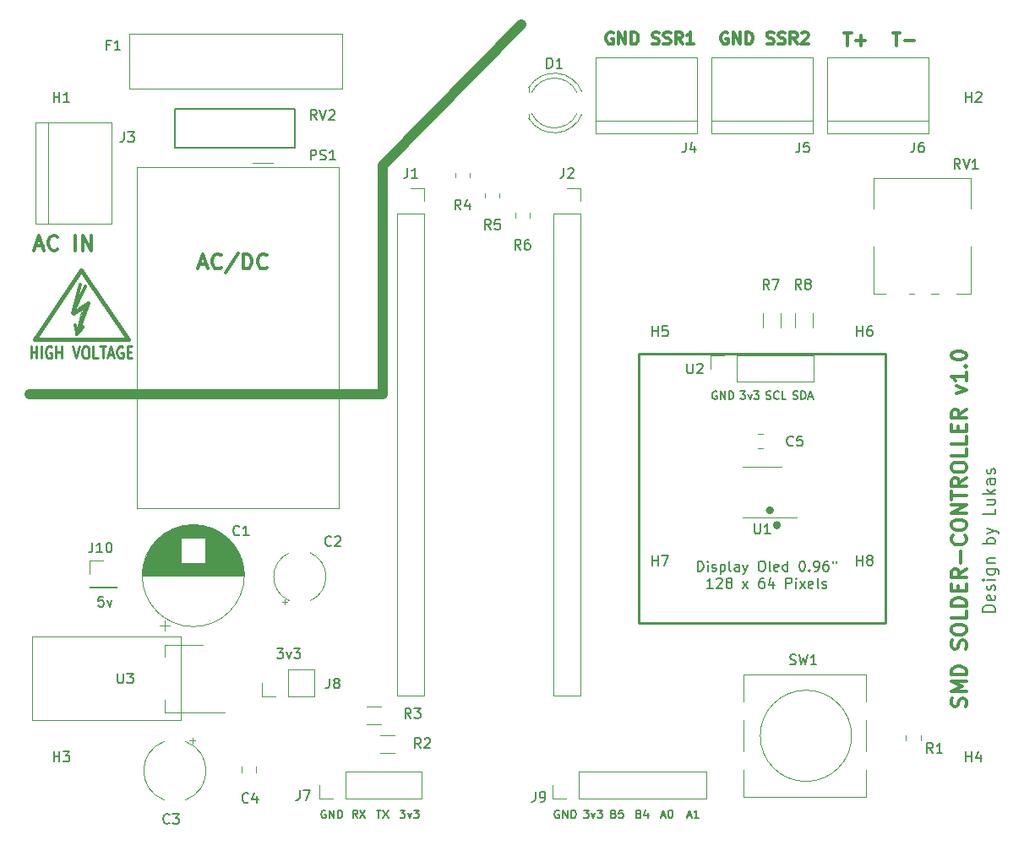
<source format=gbr>
G04 #@! TF.GenerationSoftware,KiCad,Pcbnew,(5.1.7)-1*
G04 #@! TF.CreationDate,2021-01-09T20:06:41-03:00*
G04 #@! TF.ProjectId,PCB_CONTROLADORA_SOLDAGEM,5043425f-434f-44e5-9452-4f4c41444f52,rev?*
G04 #@! TF.SameCoordinates,Original*
G04 #@! TF.FileFunction,Legend,Top*
G04 #@! TF.FilePolarity,Positive*
%FSLAX46Y46*%
G04 Gerber Fmt 4.6, Leading zero omitted, Abs format (unit mm)*
G04 Created by KiCad (PCBNEW (5.1.7)-1) date 2021-01-09 20:06:41*
%MOMM*%
%LPD*%
G01*
G04 APERTURE LIST*
%ADD10C,0.450000*%
%ADD11C,0.200000*%
%ADD12C,0.250000*%
%ADD13C,0.375000*%
%ADD14C,0.120000*%
%ADD15C,0.300000*%
%ADD16C,0.340000*%
%ADD17C,0.400000*%
%ADD18C,0.350000*%
%ADD19C,1.000000*%
%ADD20C,0.325000*%
%ADD21C,0.150000*%
G04 APERTURE END LIST*
D10*
X177140000Y-112170000D02*
G75*
G03*
X177140000Y-112170000I-200000J0D01*
G01*
X177840000Y-113670000D02*
G75*
G03*
X177840000Y-113670000I-200000J0D01*
G01*
D11*
X110147142Y-120832380D02*
X109670952Y-120832380D01*
X109623333Y-121308571D01*
X109670952Y-121260952D01*
X109766190Y-121213333D01*
X110004285Y-121213333D01*
X110099523Y-121260952D01*
X110147142Y-121308571D01*
X110194761Y-121403809D01*
X110194761Y-121641904D01*
X110147142Y-121737142D01*
X110099523Y-121784761D01*
X110004285Y-121832380D01*
X109766190Y-121832380D01*
X109670952Y-121784761D01*
X109623333Y-121737142D01*
X110528095Y-121165714D02*
X110766190Y-121832380D01*
X111004285Y-121165714D01*
X127549523Y-126022380D02*
X128168571Y-126022380D01*
X127835238Y-126403333D01*
X127978095Y-126403333D01*
X128073333Y-126450952D01*
X128120952Y-126498571D01*
X128168571Y-126593809D01*
X128168571Y-126831904D01*
X128120952Y-126927142D01*
X128073333Y-126974761D01*
X127978095Y-127022380D01*
X127692380Y-127022380D01*
X127597142Y-126974761D01*
X127549523Y-126927142D01*
X128501904Y-126355714D02*
X128740000Y-127022380D01*
X128978095Y-126355714D01*
X129263809Y-126022380D02*
X129882857Y-126022380D01*
X129549523Y-126403333D01*
X129692380Y-126403333D01*
X129787619Y-126450952D01*
X129835238Y-126498571D01*
X129882857Y-126593809D01*
X129882857Y-126831904D01*
X129835238Y-126927142D01*
X129787619Y-126974761D01*
X129692380Y-127022380D01*
X129406666Y-127022380D01*
X129311428Y-126974761D01*
X129263809Y-126927142D01*
X169711428Y-118272380D02*
X169711428Y-117272380D01*
X169949523Y-117272380D01*
X170092380Y-117320000D01*
X170187619Y-117415238D01*
X170235238Y-117510476D01*
X170282857Y-117700952D01*
X170282857Y-117843809D01*
X170235238Y-118034285D01*
X170187619Y-118129523D01*
X170092380Y-118224761D01*
X169949523Y-118272380D01*
X169711428Y-118272380D01*
X170711428Y-118272380D02*
X170711428Y-117605714D01*
X170711428Y-117272380D02*
X170663809Y-117320000D01*
X170711428Y-117367619D01*
X170759047Y-117320000D01*
X170711428Y-117272380D01*
X170711428Y-117367619D01*
X171140000Y-118224761D02*
X171235238Y-118272380D01*
X171425714Y-118272380D01*
X171520952Y-118224761D01*
X171568571Y-118129523D01*
X171568571Y-118081904D01*
X171520952Y-117986666D01*
X171425714Y-117939047D01*
X171282857Y-117939047D01*
X171187619Y-117891428D01*
X171140000Y-117796190D01*
X171140000Y-117748571D01*
X171187619Y-117653333D01*
X171282857Y-117605714D01*
X171425714Y-117605714D01*
X171520952Y-117653333D01*
X171997142Y-117605714D02*
X171997142Y-118605714D01*
X171997142Y-117653333D02*
X172092380Y-117605714D01*
X172282857Y-117605714D01*
X172378095Y-117653333D01*
X172425714Y-117700952D01*
X172473333Y-117796190D01*
X172473333Y-118081904D01*
X172425714Y-118177142D01*
X172378095Y-118224761D01*
X172282857Y-118272380D01*
X172092380Y-118272380D01*
X171997142Y-118224761D01*
X173044761Y-118272380D02*
X172949523Y-118224761D01*
X172901904Y-118129523D01*
X172901904Y-117272380D01*
X173854285Y-118272380D02*
X173854285Y-117748571D01*
X173806666Y-117653333D01*
X173711428Y-117605714D01*
X173520952Y-117605714D01*
X173425714Y-117653333D01*
X173854285Y-118224761D02*
X173759047Y-118272380D01*
X173520952Y-118272380D01*
X173425714Y-118224761D01*
X173378095Y-118129523D01*
X173378095Y-118034285D01*
X173425714Y-117939047D01*
X173520952Y-117891428D01*
X173759047Y-117891428D01*
X173854285Y-117843809D01*
X174235238Y-117605714D02*
X174473333Y-118272380D01*
X174711428Y-117605714D02*
X174473333Y-118272380D01*
X174378095Y-118510476D01*
X174330476Y-118558095D01*
X174235238Y-118605714D01*
X176044761Y-117272380D02*
X176235238Y-117272380D01*
X176330476Y-117320000D01*
X176425714Y-117415238D01*
X176473333Y-117605714D01*
X176473333Y-117939047D01*
X176425714Y-118129523D01*
X176330476Y-118224761D01*
X176235238Y-118272380D01*
X176044761Y-118272380D01*
X175949523Y-118224761D01*
X175854285Y-118129523D01*
X175806666Y-117939047D01*
X175806666Y-117605714D01*
X175854285Y-117415238D01*
X175949523Y-117320000D01*
X176044761Y-117272380D01*
X177044761Y-118272380D02*
X176949523Y-118224761D01*
X176901904Y-118129523D01*
X176901904Y-117272380D01*
X177806666Y-118224761D02*
X177711428Y-118272380D01*
X177520952Y-118272380D01*
X177425714Y-118224761D01*
X177378095Y-118129523D01*
X177378095Y-117748571D01*
X177425714Y-117653333D01*
X177520952Y-117605714D01*
X177711428Y-117605714D01*
X177806666Y-117653333D01*
X177854285Y-117748571D01*
X177854285Y-117843809D01*
X177378095Y-117939047D01*
X178711428Y-118272380D02*
X178711428Y-117272380D01*
X178711428Y-118224761D02*
X178616190Y-118272380D01*
X178425714Y-118272380D01*
X178330476Y-118224761D01*
X178282857Y-118177142D01*
X178235238Y-118081904D01*
X178235238Y-117796190D01*
X178282857Y-117700952D01*
X178330476Y-117653333D01*
X178425714Y-117605714D01*
X178616190Y-117605714D01*
X178711428Y-117653333D01*
X180140000Y-117272380D02*
X180235238Y-117272380D01*
X180330476Y-117320000D01*
X180378095Y-117367619D01*
X180425714Y-117462857D01*
X180473333Y-117653333D01*
X180473333Y-117891428D01*
X180425714Y-118081904D01*
X180378095Y-118177142D01*
X180330476Y-118224761D01*
X180235238Y-118272380D01*
X180140000Y-118272380D01*
X180044761Y-118224761D01*
X179997142Y-118177142D01*
X179949523Y-118081904D01*
X179901904Y-117891428D01*
X179901904Y-117653333D01*
X179949523Y-117462857D01*
X179997142Y-117367619D01*
X180044761Y-117320000D01*
X180140000Y-117272380D01*
X180901904Y-118177142D02*
X180949523Y-118224761D01*
X180901904Y-118272380D01*
X180854285Y-118224761D01*
X180901904Y-118177142D01*
X180901904Y-118272380D01*
X181425714Y-118272380D02*
X181616190Y-118272380D01*
X181711428Y-118224761D01*
X181759047Y-118177142D01*
X181854285Y-118034285D01*
X181901904Y-117843809D01*
X181901904Y-117462857D01*
X181854285Y-117367619D01*
X181806666Y-117320000D01*
X181711428Y-117272380D01*
X181520952Y-117272380D01*
X181425714Y-117320000D01*
X181378095Y-117367619D01*
X181330476Y-117462857D01*
X181330476Y-117700952D01*
X181378095Y-117796190D01*
X181425714Y-117843809D01*
X181520952Y-117891428D01*
X181711428Y-117891428D01*
X181806666Y-117843809D01*
X181854285Y-117796190D01*
X181901904Y-117700952D01*
X182759047Y-117272380D02*
X182568571Y-117272380D01*
X182473333Y-117320000D01*
X182425714Y-117367619D01*
X182330476Y-117510476D01*
X182282857Y-117700952D01*
X182282857Y-118081904D01*
X182330476Y-118177142D01*
X182378095Y-118224761D01*
X182473333Y-118272380D01*
X182663809Y-118272380D01*
X182759047Y-118224761D01*
X182806666Y-118177142D01*
X182854285Y-118081904D01*
X182854285Y-117843809D01*
X182806666Y-117748571D01*
X182759047Y-117700952D01*
X182663809Y-117653333D01*
X182473333Y-117653333D01*
X182378095Y-117700952D01*
X182330476Y-117748571D01*
X182282857Y-117843809D01*
X183235238Y-117272380D02*
X183235238Y-117462857D01*
X183616190Y-117272380D02*
X183616190Y-117462857D01*
X171235238Y-119972380D02*
X170663809Y-119972380D01*
X170949523Y-119972380D02*
X170949523Y-118972380D01*
X170854285Y-119115238D01*
X170759047Y-119210476D01*
X170663809Y-119258095D01*
X171616190Y-119067619D02*
X171663809Y-119020000D01*
X171759047Y-118972380D01*
X171997142Y-118972380D01*
X172092380Y-119020000D01*
X172140000Y-119067619D01*
X172187619Y-119162857D01*
X172187619Y-119258095D01*
X172140000Y-119400952D01*
X171568571Y-119972380D01*
X172187619Y-119972380D01*
X172759047Y-119400952D02*
X172663809Y-119353333D01*
X172616190Y-119305714D01*
X172568571Y-119210476D01*
X172568571Y-119162857D01*
X172616190Y-119067619D01*
X172663809Y-119020000D01*
X172759047Y-118972380D01*
X172949523Y-118972380D01*
X173044761Y-119020000D01*
X173092380Y-119067619D01*
X173140000Y-119162857D01*
X173140000Y-119210476D01*
X173092380Y-119305714D01*
X173044761Y-119353333D01*
X172949523Y-119400952D01*
X172759047Y-119400952D01*
X172663809Y-119448571D01*
X172616190Y-119496190D01*
X172568571Y-119591428D01*
X172568571Y-119781904D01*
X172616190Y-119877142D01*
X172663809Y-119924761D01*
X172759047Y-119972380D01*
X172949523Y-119972380D01*
X173044761Y-119924761D01*
X173092380Y-119877142D01*
X173140000Y-119781904D01*
X173140000Y-119591428D01*
X173092380Y-119496190D01*
X173044761Y-119448571D01*
X172949523Y-119400952D01*
X174235238Y-119972380D02*
X174759047Y-119305714D01*
X174235238Y-119305714D02*
X174759047Y-119972380D01*
X176330476Y-118972380D02*
X176140000Y-118972380D01*
X176044761Y-119020000D01*
X175997142Y-119067619D01*
X175901904Y-119210476D01*
X175854285Y-119400952D01*
X175854285Y-119781904D01*
X175901904Y-119877142D01*
X175949523Y-119924761D01*
X176044761Y-119972380D01*
X176235238Y-119972380D01*
X176330476Y-119924761D01*
X176378095Y-119877142D01*
X176425714Y-119781904D01*
X176425714Y-119543809D01*
X176378095Y-119448571D01*
X176330476Y-119400952D01*
X176235238Y-119353333D01*
X176044761Y-119353333D01*
X175949523Y-119400952D01*
X175901904Y-119448571D01*
X175854285Y-119543809D01*
X177282857Y-119305714D02*
X177282857Y-119972380D01*
X177044761Y-118924761D02*
X176806666Y-119639047D01*
X177425714Y-119639047D01*
X178568571Y-119972380D02*
X178568571Y-118972380D01*
X178949523Y-118972380D01*
X179044761Y-119020000D01*
X179092380Y-119067619D01*
X179140000Y-119162857D01*
X179140000Y-119305714D01*
X179092380Y-119400952D01*
X179044761Y-119448571D01*
X178949523Y-119496190D01*
X178568571Y-119496190D01*
X179568571Y-119972380D02*
X179568571Y-119305714D01*
X179568571Y-118972380D02*
X179520952Y-119020000D01*
X179568571Y-119067619D01*
X179616190Y-119020000D01*
X179568571Y-118972380D01*
X179568571Y-119067619D01*
X179949523Y-119972380D02*
X180473333Y-119305714D01*
X179949523Y-119305714D02*
X180473333Y-119972380D01*
X181235238Y-119924761D02*
X181140000Y-119972380D01*
X180949523Y-119972380D01*
X180854285Y-119924761D01*
X180806666Y-119829523D01*
X180806666Y-119448571D01*
X180854285Y-119353333D01*
X180949523Y-119305714D01*
X181140000Y-119305714D01*
X181235238Y-119353333D01*
X181282857Y-119448571D01*
X181282857Y-119543809D01*
X180806666Y-119639047D01*
X181854285Y-119972380D02*
X181759047Y-119924761D01*
X181711428Y-119829523D01*
X181711428Y-118972380D01*
X182187619Y-119924761D02*
X182282857Y-119972380D01*
X182473333Y-119972380D01*
X182568571Y-119924761D01*
X182616190Y-119829523D01*
X182616190Y-119781904D01*
X182568571Y-119686666D01*
X182473333Y-119639047D01*
X182330476Y-119639047D01*
X182235238Y-119591428D01*
X182187619Y-119496190D01*
X182187619Y-119448571D01*
X182235238Y-119353333D01*
X182330476Y-119305714D01*
X182473333Y-119305714D01*
X182568571Y-119353333D01*
X179268571Y-100993809D02*
X179382857Y-101031904D01*
X179573333Y-101031904D01*
X179649523Y-100993809D01*
X179687619Y-100955714D01*
X179725714Y-100879523D01*
X179725714Y-100803333D01*
X179687619Y-100727142D01*
X179649523Y-100689047D01*
X179573333Y-100650952D01*
X179420952Y-100612857D01*
X179344761Y-100574761D01*
X179306666Y-100536666D01*
X179268571Y-100460476D01*
X179268571Y-100384285D01*
X179306666Y-100308095D01*
X179344761Y-100270000D01*
X179420952Y-100231904D01*
X179611428Y-100231904D01*
X179725714Y-100270000D01*
X180068571Y-101031904D02*
X180068571Y-100231904D01*
X180259047Y-100231904D01*
X180373333Y-100270000D01*
X180449523Y-100346190D01*
X180487619Y-100422380D01*
X180525714Y-100574761D01*
X180525714Y-100689047D01*
X180487619Y-100841428D01*
X180449523Y-100917619D01*
X180373333Y-100993809D01*
X180259047Y-101031904D01*
X180068571Y-101031904D01*
X180830476Y-100803333D02*
X181211428Y-100803333D01*
X180754285Y-101031904D02*
X181020952Y-100231904D01*
X181287619Y-101031904D01*
X176587619Y-100993809D02*
X176701904Y-101031904D01*
X176892380Y-101031904D01*
X176968571Y-100993809D01*
X177006666Y-100955714D01*
X177044761Y-100879523D01*
X177044761Y-100803333D01*
X177006666Y-100727142D01*
X176968571Y-100689047D01*
X176892380Y-100650952D01*
X176740000Y-100612857D01*
X176663809Y-100574761D01*
X176625714Y-100536666D01*
X176587619Y-100460476D01*
X176587619Y-100384285D01*
X176625714Y-100308095D01*
X176663809Y-100270000D01*
X176740000Y-100231904D01*
X176930476Y-100231904D01*
X177044761Y-100270000D01*
X177844761Y-100955714D02*
X177806666Y-100993809D01*
X177692380Y-101031904D01*
X177616190Y-101031904D01*
X177501904Y-100993809D01*
X177425714Y-100917619D01*
X177387619Y-100841428D01*
X177349523Y-100689047D01*
X177349523Y-100574761D01*
X177387619Y-100422380D01*
X177425714Y-100346190D01*
X177501904Y-100270000D01*
X177616190Y-100231904D01*
X177692380Y-100231904D01*
X177806666Y-100270000D01*
X177844761Y-100308095D01*
X178568571Y-101031904D02*
X178187619Y-101031904D01*
X178187619Y-100231904D01*
X173987619Y-100231904D02*
X174482857Y-100231904D01*
X174216190Y-100536666D01*
X174330476Y-100536666D01*
X174406666Y-100574761D01*
X174444761Y-100612857D01*
X174482857Y-100689047D01*
X174482857Y-100879523D01*
X174444761Y-100955714D01*
X174406666Y-100993809D01*
X174330476Y-101031904D01*
X174101904Y-101031904D01*
X174025714Y-100993809D01*
X173987619Y-100955714D01*
X174749523Y-100498571D02*
X174940000Y-101031904D01*
X175130476Y-100498571D01*
X175359047Y-100231904D02*
X175854285Y-100231904D01*
X175587619Y-100536666D01*
X175701904Y-100536666D01*
X175778095Y-100574761D01*
X175816190Y-100612857D01*
X175854285Y-100689047D01*
X175854285Y-100879523D01*
X175816190Y-100955714D01*
X175778095Y-100993809D01*
X175701904Y-101031904D01*
X175473333Y-101031904D01*
X175397142Y-100993809D01*
X175359047Y-100955714D01*
X171630476Y-100270000D02*
X171554285Y-100231904D01*
X171440000Y-100231904D01*
X171325714Y-100270000D01*
X171249523Y-100346190D01*
X171211428Y-100422380D01*
X171173333Y-100574761D01*
X171173333Y-100689047D01*
X171211428Y-100841428D01*
X171249523Y-100917619D01*
X171325714Y-100993809D01*
X171440000Y-101031904D01*
X171516190Y-101031904D01*
X171630476Y-100993809D01*
X171668571Y-100955714D01*
X171668571Y-100689047D01*
X171516190Y-100689047D01*
X172011428Y-101031904D02*
X172011428Y-100231904D01*
X172468571Y-101031904D01*
X172468571Y-100231904D01*
X172849523Y-101031904D02*
X172849523Y-100231904D01*
X173040000Y-100231904D01*
X173154285Y-100270000D01*
X173230476Y-100346190D01*
X173268571Y-100422380D01*
X173306666Y-100574761D01*
X173306666Y-100689047D01*
X173268571Y-100841428D01*
X173230476Y-100917619D01*
X173154285Y-100993809D01*
X173040000Y-101031904D01*
X172849523Y-101031904D01*
D12*
X188530000Y-96440000D02*
X188540000Y-123440000D01*
D11*
X135606666Y-143031904D02*
X135340000Y-142650952D01*
X135149523Y-143031904D02*
X135149523Y-142231904D01*
X135454285Y-142231904D01*
X135530476Y-142270000D01*
X135568571Y-142308095D01*
X135606666Y-142384285D01*
X135606666Y-142498571D01*
X135568571Y-142574761D01*
X135530476Y-142612857D01*
X135454285Y-142650952D01*
X135149523Y-142650952D01*
X135873333Y-142231904D02*
X136406666Y-143031904D01*
X136406666Y-142231904D02*
X135873333Y-143031904D01*
X137530476Y-142231904D02*
X137987619Y-142231904D01*
X137759047Y-143031904D02*
X137759047Y-142231904D01*
X138178095Y-142231904D02*
X138711428Y-143031904D01*
X138711428Y-142231904D02*
X138178095Y-143031904D01*
X139887619Y-142231904D02*
X140382857Y-142231904D01*
X140116190Y-142536666D01*
X140230476Y-142536666D01*
X140306666Y-142574761D01*
X140344761Y-142612857D01*
X140382857Y-142689047D01*
X140382857Y-142879523D01*
X140344761Y-142955714D01*
X140306666Y-142993809D01*
X140230476Y-143031904D01*
X140001904Y-143031904D01*
X139925714Y-142993809D01*
X139887619Y-142955714D01*
X140649523Y-142498571D02*
X140840000Y-143031904D01*
X141030476Y-142498571D01*
X141259047Y-142231904D02*
X141754285Y-142231904D01*
X141487619Y-142536666D01*
X141601904Y-142536666D01*
X141678095Y-142574761D01*
X141716190Y-142612857D01*
X141754285Y-142689047D01*
X141754285Y-142879523D01*
X141716190Y-142955714D01*
X141678095Y-142993809D01*
X141601904Y-143031904D01*
X141373333Y-143031904D01*
X141297142Y-142993809D01*
X141259047Y-142955714D01*
X132430476Y-142270000D02*
X132354285Y-142231904D01*
X132240000Y-142231904D01*
X132125714Y-142270000D01*
X132049523Y-142346190D01*
X132011428Y-142422380D01*
X131973333Y-142574761D01*
X131973333Y-142689047D01*
X132011428Y-142841428D01*
X132049523Y-142917619D01*
X132125714Y-142993809D01*
X132240000Y-143031904D01*
X132316190Y-143031904D01*
X132430476Y-142993809D01*
X132468571Y-142955714D01*
X132468571Y-142689047D01*
X132316190Y-142689047D01*
X132811428Y-143031904D02*
X132811428Y-142231904D01*
X133268571Y-143031904D01*
X133268571Y-142231904D01*
X133649523Y-143031904D02*
X133649523Y-142231904D01*
X133840000Y-142231904D01*
X133954285Y-142270000D01*
X134030476Y-142346190D01*
X134068571Y-142422380D01*
X134106666Y-142574761D01*
X134106666Y-142689047D01*
X134068571Y-142841428D01*
X134030476Y-142917619D01*
X133954285Y-142993809D01*
X133840000Y-143031904D01*
X133649523Y-143031904D01*
X163816190Y-142612857D02*
X163930476Y-142650952D01*
X163968571Y-142689047D01*
X164006666Y-142765238D01*
X164006666Y-142879523D01*
X163968571Y-142955714D01*
X163930476Y-142993809D01*
X163854285Y-143031904D01*
X163549523Y-143031904D01*
X163549523Y-142231904D01*
X163816190Y-142231904D01*
X163892380Y-142270000D01*
X163930476Y-142308095D01*
X163968571Y-142384285D01*
X163968571Y-142460476D01*
X163930476Y-142536666D01*
X163892380Y-142574761D01*
X163816190Y-142612857D01*
X163549523Y-142612857D01*
X164692380Y-142498571D02*
X164692380Y-143031904D01*
X164501904Y-142193809D02*
X164311428Y-142765238D01*
X164806666Y-142765238D01*
X161316190Y-142612857D02*
X161430476Y-142650952D01*
X161468571Y-142689047D01*
X161506666Y-142765238D01*
X161506666Y-142879523D01*
X161468571Y-142955714D01*
X161430476Y-142993809D01*
X161354285Y-143031904D01*
X161049523Y-143031904D01*
X161049523Y-142231904D01*
X161316190Y-142231904D01*
X161392380Y-142270000D01*
X161430476Y-142308095D01*
X161468571Y-142384285D01*
X161468571Y-142460476D01*
X161430476Y-142536666D01*
X161392380Y-142574761D01*
X161316190Y-142612857D01*
X161049523Y-142612857D01*
X162230476Y-142231904D02*
X161849523Y-142231904D01*
X161811428Y-142612857D01*
X161849523Y-142574761D01*
X161925714Y-142536666D01*
X162116190Y-142536666D01*
X162192380Y-142574761D01*
X162230476Y-142612857D01*
X162268571Y-142689047D01*
X162268571Y-142879523D01*
X162230476Y-142955714D01*
X162192380Y-142993809D01*
X162116190Y-143031904D01*
X161925714Y-143031904D01*
X161849523Y-142993809D01*
X161811428Y-142955714D01*
X158287619Y-142231904D02*
X158782857Y-142231904D01*
X158516190Y-142536666D01*
X158630476Y-142536666D01*
X158706666Y-142574761D01*
X158744761Y-142612857D01*
X158782857Y-142689047D01*
X158782857Y-142879523D01*
X158744761Y-142955714D01*
X158706666Y-142993809D01*
X158630476Y-143031904D01*
X158401904Y-143031904D01*
X158325714Y-142993809D01*
X158287619Y-142955714D01*
X159049523Y-142498571D02*
X159240000Y-143031904D01*
X159430476Y-142498571D01*
X159659047Y-142231904D02*
X160154285Y-142231904D01*
X159887619Y-142536666D01*
X160001904Y-142536666D01*
X160078095Y-142574761D01*
X160116190Y-142612857D01*
X160154285Y-142689047D01*
X160154285Y-142879523D01*
X160116190Y-142955714D01*
X160078095Y-142993809D01*
X160001904Y-143031904D01*
X159773333Y-143031904D01*
X159697142Y-142993809D01*
X159659047Y-142955714D01*
X155830476Y-142270000D02*
X155754285Y-142231904D01*
X155640000Y-142231904D01*
X155525714Y-142270000D01*
X155449523Y-142346190D01*
X155411428Y-142422380D01*
X155373333Y-142574761D01*
X155373333Y-142689047D01*
X155411428Y-142841428D01*
X155449523Y-142917619D01*
X155525714Y-142993809D01*
X155640000Y-143031904D01*
X155716190Y-143031904D01*
X155830476Y-142993809D01*
X155868571Y-142955714D01*
X155868571Y-142689047D01*
X155716190Y-142689047D01*
X156211428Y-143031904D02*
X156211428Y-142231904D01*
X156668571Y-143031904D01*
X156668571Y-142231904D01*
X157049523Y-143031904D02*
X157049523Y-142231904D01*
X157240000Y-142231904D01*
X157354285Y-142270000D01*
X157430476Y-142346190D01*
X157468571Y-142422380D01*
X157506666Y-142574761D01*
X157506666Y-142689047D01*
X157468571Y-142841428D01*
X157430476Y-142917619D01*
X157354285Y-142993809D01*
X157240000Y-143031904D01*
X157049523Y-143031904D01*
X168668571Y-142803333D02*
X169049523Y-142803333D01*
X168592380Y-143031904D02*
X168859047Y-142231904D01*
X169125714Y-143031904D01*
X169811428Y-143031904D02*
X169354285Y-143031904D01*
X169582857Y-143031904D02*
X169582857Y-142231904D01*
X169506666Y-142346190D01*
X169430476Y-142422380D01*
X169354285Y-142460476D01*
X166068571Y-142803333D02*
X166449523Y-142803333D01*
X165992380Y-143031904D02*
X166259047Y-142231904D01*
X166525714Y-143031904D01*
X166944761Y-142231904D02*
X167020952Y-142231904D01*
X167097142Y-142270000D01*
X167135238Y-142308095D01*
X167173333Y-142384285D01*
X167211428Y-142536666D01*
X167211428Y-142727142D01*
X167173333Y-142879523D01*
X167135238Y-142955714D01*
X167097142Y-142993809D01*
X167020952Y-143031904D01*
X166944761Y-143031904D01*
X166868571Y-142993809D01*
X166830476Y-142955714D01*
X166792380Y-142879523D01*
X166754285Y-142727142D01*
X166754285Y-142536666D01*
X166792380Y-142384285D01*
X166830476Y-142308095D01*
X166868571Y-142270000D01*
X166944761Y-142231904D01*
X199502857Y-122352857D02*
X198302857Y-122352857D01*
X198302857Y-122067142D01*
X198360000Y-121895714D01*
X198474285Y-121781428D01*
X198588571Y-121724285D01*
X198817142Y-121667142D01*
X198988571Y-121667142D01*
X199217142Y-121724285D01*
X199331428Y-121781428D01*
X199445714Y-121895714D01*
X199502857Y-122067142D01*
X199502857Y-122352857D01*
X199445714Y-120695714D02*
X199502857Y-120810000D01*
X199502857Y-121038571D01*
X199445714Y-121152857D01*
X199331428Y-121210000D01*
X198874285Y-121210000D01*
X198760000Y-121152857D01*
X198702857Y-121038571D01*
X198702857Y-120810000D01*
X198760000Y-120695714D01*
X198874285Y-120638571D01*
X198988571Y-120638571D01*
X199102857Y-121210000D01*
X199445714Y-120181428D02*
X199502857Y-120067142D01*
X199502857Y-119838571D01*
X199445714Y-119724285D01*
X199331428Y-119667142D01*
X199274285Y-119667142D01*
X199160000Y-119724285D01*
X199102857Y-119838571D01*
X199102857Y-120010000D01*
X199045714Y-120124285D01*
X198931428Y-120181428D01*
X198874285Y-120181428D01*
X198760000Y-120124285D01*
X198702857Y-120010000D01*
X198702857Y-119838571D01*
X198760000Y-119724285D01*
X199502857Y-119152857D02*
X198702857Y-119152857D01*
X198302857Y-119152857D02*
X198360000Y-119210000D01*
X198417142Y-119152857D01*
X198360000Y-119095714D01*
X198302857Y-119152857D01*
X198417142Y-119152857D01*
X198702857Y-118067142D02*
X199674285Y-118067142D01*
X199788571Y-118124285D01*
X199845714Y-118181428D01*
X199902857Y-118295714D01*
X199902857Y-118467142D01*
X199845714Y-118581428D01*
X199445714Y-118067142D02*
X199502857Y-118181428D01*
X199502857Y-118410000D01*
X199445714Y-118524285D01*
X199388571Y-118581428D01*
X199274285Y-118638571D01*
X198931428Y-118638571D01*
X198817142Y-118581428D01*
X198760000Y-118524285D01*
X198702857Y-118410000D01*
X198702857Y-118181428D01*
X198760000Y-118067142D01*
X198702857Y-117495714D02*
X199502857Y-117495714D01*
X198817142Y-117495714D02*
X198760000Y-117438571D01*
X198702857Y-117324285D01*
X198702857Y-117152857D01*
X198760000Y-117038571D01*
X198874285Y-116981428D01*
X199502857Y-116981428D01*
X199502857Y-115495714D02*
X198302857Y-115495714D01*
X198760000Y-115495714D02*
X198702857Y-115381428D01*
X198702857Y-115152857D01*
X198760000Y-115038571D01*
X198817142Y-114981428D01*
X198931428Y-114924285D01*
X199274285Y-114924285D01*
X199388571Y-114981428D01*
X199445714Y-115038571D01*
X199502857Y-115152857D01*
X199502857Y-115381428D01*
X199445714Y-115495714D01*
X198702857Y-114524285D02*
X199502857Y-114238571D01*
X198702857Y-113952857D02*
X199502857Y-114238571D01*
X199788571Y-114352857D01*
X199845714Y-114410000D01*
X199902857Y-114524285D01*
X199502857Y-112010000D02*
X199502857Y-112581428D01*
X198302857Y-112581428D01*
X198702857Y-111095714D02*
X199502857Y-111095714D01*
X198702857Y-111610000D02*
X199331428Y-111610000D01*
X199445714Y-111552857D01*
X199502857Y-111438571D01*
X199502857Y-111267142D01*
X199445714Y-111152857D01*
X199388571Y-111095714D01*
X199502857Y-110524285D02*
X198302857Y-110524285D01*
X199045714Y-110410000D02*
X199502857Y-110067142D01*
X198702857Y-110067142D02*
X199160000Y-110524285D01*
X199502857Y-109038571D02*
X198874285Y-109038571D01*
X198760000Y-109095714D01*
X198702857Y-109210000D01*
X198702857Y-109438571D01*
X198760000Y-109552857D01*
X199445714Y-109038571D02*
X199502857Y-109152857D01*
X199502857Y-109438571D01*
X199445714Y-109552857D01*
X199331428Y-109610000D01*
X199217142Y-109610000D01*
X199102857Y-109552857D01*
X199045714Y-109438571D01*
X199045714Y-109152857D01*
X198988571Y-109038571D01*
X199445714Y-108524285D02*
X199502857Y-108410000D01*
X199502857Y-108181428D01*
X199445714Y-108067142D01*
X199331428Y-108010000D01*
X199274285Y-108010000D01*
X199160000Y-108067142D01*
X199102857Y-108181428D01*
X199102857Y-108352857D01*
X199045714Y-108467142D01*
X198931428Y-108524285D01*
X198874285Y-108524285D01*
X198760000Y-108467142D01*
X198702857Y-108352857D01*
X198702857Y-108181428D01*
X198760000Y-108067142D01*
D13*
X196557142Y-131851428D02*
X196628571Y-131637142D01*
X196628571Y-131280000D01*
X196557142Y-131137142D01*
X196485714Y-131065714D01*
X196342857Y-130994285D01*
X196200000Y-130994285D01*
X196057142Y-131065714D01*
X195985714Y-131137142D01*
X195914285Y-131280000D01*
X195842857Y-131565714D01*
X195771428Y-131708571D01*
X195700000Y-131780000D01*
X195557142Y-131851428D01*
X195414285Y-131851428D01*
X195271428Y-131780000D01*
X195200000Y-131708571D01*
X195128571Y-131565714D01*
X195128571Y-131208571D01*
X195200000Y-130994285D01*
X196628571Y-130351428D02*
X195128571Y-130351428D01*
X196200000Y-129851428D01*
X195128571Y-129351428D01*
X196628571Y-129351428D01*
X196628571Y-128637142D02*
X195128571Y-128637142D01*
X195128571Y-128280000D01*
X195200000Y-128065714D01*
X195342857Y-127922857D01*
X195485714Y-127851428D01*
X195771428Y-127780000D01*
X195985714Y-127780000D01*
X196271428Y-127851428D01*
X196414285Y-127922857D01*
X196557142Y-128065714D01*
X196628571Y-128280000D01*
X196628571Y-128637142D01*
X196557142Y-126065714D02*
X196628571Y-125851428D01*
X196628571Y-125494285D01*
X196557142Y-125351428D01*
X196485714Y-125280000D01*
X196342857Y-125208571D01*
X196200000Y-125208571D01*
X196057142Y-125280000D01*
X195985714Y-125351428D01*
X195914285Y-125494285D01*
X195842857Y-125780000D01*
X195771428Y-125922857D01*
X195700000Y-125994285D01*
X195557142Y-126065714D01*
X195414285Y-126065714D01*
X195271428Y-125994285D01*
X195200000Y-125922857D01*
X195128571Y-125780000D01*
X195128571Y-125422857D01*
X195200000Y-125208571D01*
X195128571Y-124280000D02*
X195128571Y-123994285D01*
X195200000Y-123851428D01*
X195342857Y-123708571D01*
X195628571Y-123637142D01*
X196128571Y-123637142D01*
X196414285Y-123708571D01*
X196557142Y-123851428D01*
X196628571Y-123994285D01*
X196628571Y-124280000D01*
X196557142Y-124422857D01*
X196414285Y-124565714D01*
X196128571Y-124637142D01*
X195628571Y-124637142D01*
X195342857Y-124565714D01*
X195200000Y-124422857D01*
X195128571Y-124280000D01*
X196628571Y-122280000D02*
X196628571Y-122994285D01*
X195128571Y-122994285D01*
X196628571Y-121780000D02*
X195128571Y-121780000D01*
X195128571Y-121422857D01*
X195200000Y-121208571D01*
X195342857Y-121065714D01*
X195485714Y-120994285D01*
X195771428Y-120922857D01*
X195985714Y-120922857D01*
X196271428Y-120994285D01*
X196414285Y-121065714D01*
X196557142Y-121208571D01*
X196628571Y-121422857D01*
X196628571Y-121780000D01*
X195842857Y-120280000D02*
X195842857Y-119780000D01*
X196628571Y-119565714D02*
X196628571Y-120280000D01*
X195128571Y-120280000D01*
X195128571Y-119565714D01*
X196628571Y-118065714D02*
X195914285Y-118565714D01*
X196628571Y-118922857D02*
X195128571Y-118922857D01*
X195128571Y-118351428D01*
X195200000Y-118208571D01*
X195271428Y-118137142D01*
X195414285Y-118065714D01*
X195628571Y-118065714D01*
X195771428Y-118137142D01*
X195842857Y-118208571D01*
X195914285Y-118351428D01*
X195914285Y-118922857D01*
X196057142Y-117422857D02*
X196057142Y-116280000D01*
X196485714Y-114708571D02*
X196557142Y-114780000D01*
X196628571Y-114994285D01*
X196628571Y-115137142D01*
X196557142Y-115351428D01*
X196414285Y-115494285D01*
X196271428Y-115565714D01*
X195985714Y-115637142D01*
X195771428Y-115637142D01*
X195485714Y-115565714D01*
X195342857Y-115494285D01*
X195200000Y-115351428D01*
X195128571Y-115137142D01*
X195128571Y-114994285D01*
X195200000Y-114780000D01*
X195271428Y-114708571D01*
X195128571Y-113780000D02*
X195128571Y-113494285D01*
X195200000Y-113351428D01*
X195342857Y-113208571D01*
X195628571Y-113137142D01*
X196128571Y-113137142D01*
X196414285Y-113208571D01*
X196557142Y-113351428D01*
X196628571Y-113494285D01*
X196628571Y-113780000D01*
X196557142Y-113922857D01*
X196414285Y-114065714D01*
X196128571Y-114137142D01*
X195628571Y-114137142D01*
X195342857Y-114065714D01*
X195200000Y-113922857D01*
X195128571Y-113780000D01*
X196628571Y-112494285D02*
X195128571Y-112494285D01*
X196628571Y-111637142D01*
X195128571Y-111637142D01*
X195128571Y-111137142D02*
X195128571Y-110280000D01*
X196628571Y-110708571D02*
X195128571Y-110708571D01*
X196628571Y-108922857D02*
X195914285Y-109422857D01*
X196628571Y-109780000D02*
X195128571Y-109780000D01*
X195128571Y-109208571D01*
X195200000Y-109065714D01*
X195271428Y-108994285D01*
X195414285Y-108922857D01*
X195628571Y-108922857D01*
X195771428Y-108994285D01*
X195842857Y-109065714D01*
X195914285Y-109208571D01*
X195914285Y-109780000D01*
X195128571Y-107994285D02*
X195128571Y-107708571D01*
X195200000Y-107565714D01*
X195342857Y-107422857D01*
X195628571Y-107351428D01*
X196128571Y-107351428D01*
X196414285Y-107422857D01*
X196557142Y-107565714D01*
X196628571Y-107708571D01*
X196628571Y-107994285D01*
X196557142Y-108137142D01*
X196414285Y-108280000D01*
X196128571Y-108351428D01*
X195628571Y-108351428D01*
X195342857Y-108280000D01*
X195200000Y-108137142D01*
X195128571Y-107994285D01*
X196628571Y-105994285D02*
X196628571Y-106708571D01*
X195128571Y-106708571D01*
X196628571Y-104780000D02*
X196628571Y-105494285D01*
X195128571Y-105494285D01*
X195842857Y-104280000D02*
X195842857Y-103780000D01*
X196628571Y-103565714D02*
X196628571Y-104280000D01*
X195128571Y-104280000D01*
X195128571Y-103565714D01*
X196628571Y-102065714D02*
X195914285Y-102565714D01*
X196628571Y-102922857D02*
X195128571Y-102922857D01*
X195128571Y-102351428D01*
X195200000Y-102208571D01*
X195271428Y-102137142D01*
X195414285Y-102065714D01*
X195628571Y-102065714D01*
X195771428Y-102137142D01*
X195842857Y-102208571D01*
X195914285Y-102351428D01*
X195914285Y-102922857D01*
X195628571Y-100422857D02*
X196628571Y-100065714D01*
X195628571Y-99708571D01*
X196628571Y-98351428D02*
X196628571Y-99208571D01*
X196628571Y-98780000D02*
X195128571Y-98780000D01*
X195342857Y-98922857D01*
X195485714Y-99065714D01*
X195557142Y-99208571D01*
X196485714Y-97708571D02*
X196557142Y-97637142D01*
X196628571Y-97708571D01*
X196557142Y-97780000D01*
X196485714Y-97708571D01*
X196628571Y-97708571D01*
X195128571Y-96708571D02*
X195128571Y-96565714D01*
X195200000Y-96422857D01*
X195271428Y-96351428D01*
X195414285Y-96280000D01*
X195700000Y-96208571D01*
X196057142Y-96208571D01*
X196342857Y-96280000D01*
X196485714Y-96351428D01*
X196557142Y-96422857D01*
X196628571Y-96565714D01*
X196628571Y-96708571D01*
X196557142Y-96851428D01*
X196485714Y-96922857D01*
X196342857Y-96994285D01*
X196057142Y-97065714D01*
X195700000Y-97065714D01*
X195414285Y-96994285D01*
X195271428Y-96922857D01*
X195200000Y-96851428D01*
X195128571Y-96708571D01*
D14*
X107410000Y-94600000D02*
X107380000Y-94590000D01*
X107460000Y-94600000D02*
X107410000Y-94600000D01*
X107460000Y-94580000D02*
X107460000Y-94600000D01*
X107360000Y-94570000D02*
X107390000Y-94590000D01*
X107400000Y-94520000D02*
X107360000Y-94570000D01*
X107470000Y-94540000D02*
X107400000Y-94520000D01*
X107340000Y-94550000D02*
X107240000Y-93560000D01*
X107490000Y-94580000D02*
X108160000Y-93800000D01*
D15*
X107470000Y-94330000D02*
X108100000Y-93730000D01*
D14*
X107490000Y-93910000D02*
X108000000Y-92000000D01*
X107470000Y-94390000D02*
X108030000Y-91910000D01*
X107490000Y-94340000D02*
X108180000Y-91830000D01*
D16*
X107470000Y-94330000D02*
X107350000Y-93590000D01*
D17*
X108630000Y-91360000D02*
X107470000Y-94330000D01*
X107130000Y-92400000D02*
X108630000Y-91360000D01*
D18*
X107090000Y-92410000D02*
X107840000Y-89510000D01*
X108330000Y-89660000D02*
X107090000Y-92410000D01*
D17*
X107930000Y-88070000D02*
X112650000Y-95050000D01*
X103260000Y-95040000D02*
X107930000Y-88070000D01*
X112650000Y-95050000D02*
X103260000Y-95040000D01*
D15*
X119747142Y-87520000D02*
X120461428Y-87520000D01*
X119604285Y-87948571D02*
X120104285Y-86448571D01*
X120604285Y-87948571D01*
X121961428Y-87805714D02*
X121890000Y-87877142D01*
X121675714Y-87948571D01*
X121532857Y-87948571D01*
X121318571Y-87877142D01*
X121175714Y-87734285D01*
X121104285Y-87591428D01*
X121032857Y-87305714D01*
X121032857Y-87091428D01*
X121104285Y-86805714D01*
X121175714Y-86662857D01*
X121318571Y-86520000D01*
X121532857Y-86448571D01*
X121675714Y-86448571D01*
X121890000Y-86520000D01*
X121961428Y-86591428D01*
X123675714Y-86377142D02*
X122390000Y-88305714D01*
X124175714Y-87948571D02*
X124175714Y-86448571D01*
X124532857Y-86448571D01*
X124747142Y-86520000D01*
X124890000Y-86662857D01*
X124961428Y-86805714D01*
X125032857Y-87091428D01*
X125032857Y-87305714D01*
X124961428Y-87591428D01*
X124890000Y-87734285D01*
X124747142Y-87877142D01*
X124532857Y-87948571D01*
X124175714Y-87948571D01*
X126532857Y-87805714D02*
X126461428Y-87877142D01*
X126247142Y-87948571D01*
X126104285Y-87948571D01*
X125890000Y-87877142D01*
X125747142Y-87734285D01*
X125675714Y-87591428D01*
X125604285Y-87305714D01*
X125604285Y-87091428D01*
X125675714Y-86805714D01*
X125747142Y-86662857D01*
X125890000Y-86520000D01*
X126104285Y-86448571D01*
X126247142Y-86448571D01*
X126461428Y-86520000D01*
X126532857Y-86591428D01*
D12*
X102892380Y-96912857D02*
X102892380Y-95712857D01*
X102892380Y-96284285D02*
X103463809Y-96284285D01*
X103463809Y-96912857D02*
X103463809Y-95712857D01*
X103940000Y-96912857D02*
X103940000Y-95712857D01*
X104940000Y-95770000D02*
X104844761Y-95712857D01*
X104701904Y-95712857D01*
X104559047Y-95770000D01*
X104463809Y-95884285D01*
X104416190Y-95998571D01*
X104368571Y-96227142D01*
X104368571Y-96398571D01*
X104416190Y-96627142D01*
X104463809Y-96741428D01*
X104559047Y-96855714D01*
X104701904Y-96912857D01*
X104797142Y-96912857D01*
X104940000Y-96855714D01*
X104987619Y-96798571D01*
X104987619Y-96398571D01*
X104797142Y-96398571D01*
X105416190Y-96912857D02*
X105416190Y-95712857D01*
X105416190Y-96284285D02*
X105987619Y-96284285D01*
X105987619Y-96912857D02*
X105987619Y-95712857D01*
X107082857Y-95712857D02*
X107416190Y-96912857D01*
X107749523Y-95712857D01*
X108273333Y-95712857D02*
X108463809Y-95712857D01*
X108559047Y-95770000D01*
X108654285Y-95884285D01*
X108701904Y-96112857D01*
X108701904Y-96512857D01*
X108654285Y-96741428D01*
X108559047Y-96855714D01*
X108463809Y-96912857D01*
X108273333Y-96912857D01*
X108178095Y-96855714D01*
X108082857Y-96741428D01*
X108035238Y-96512857D01*
X108035238Y-96112857D01*
X108082857Y-95884285D01*
X108178095Y-95770000D01*
X108273333Y-95712857D01*
X109606666Y-96912857D02*
X109130476Y-96912857D01*
X109130476Y-95712857D01*
X109797142Y-95712857D02*
X110368571Y-95712857D01*
X110082857Y-96912857D02*
X110082857Y-95712857D01*
X110654285Y-96570000D02*
X111130476Y-96570000D01*
X110559047Y-96912857D02*
X110892380Y-95712857D01*
X111225714Y-96912857D01*
X112082857Y-95770000D02*
X111987619Y-95712857D01*
X111844761Y-95712857D01*
X111701904Y-95770000D01*
X111606666Y-95884285D01*
X111559047Y-95998571D01*
X111511428Y-96227142D01*
X111511428Y-96398571D01*
X111559047Y-96627142D01*
X111606666Y-96741428D01*
X111701904Y-96855714D01*
X111844761Y-96912857D01*
X111940000Y-96912857D01*
X112082857Y-96855714D01*
X112130476Y-96798571D01*
X112130476Y-96398571D01*
X111940000Y-96398571D01*
X112559047Y-96284285D02*
X112892380Y-96284285D01*
X113035238Y-96912857D02*
X112559047Y-96912857D01*
X112559047Y-95712857D01*
X113035238Y-95712857D01*
D15*
X103358571Y-85670000D02*
X104072857Y-85670000D01*
X103215714Y-86098571D02*
X103715714Y-84598571D01*
X104215714Y-86098571D01*
X105572857Y-85955714D02*
X105501428Y-86027142D01*
X105287142Y-86098571D01*
X105144285Y-86098571D01*
X104930000Y-86027142D01*
X104787142Y-85884285D01*
X104715714Y-85741428D01*
X104644285Y-85455714D01*
X104644285Y-85241428D01*
X104715714Y-84955714D01*
X104787142Y-84812857D01*
X104930000Y-84670000D01*
X105144285Y-84598571D01*
X105287142Y-84598571D01*
X105501428Y-84670000D01*
X105572857Y-84741428D01*
X107358571Y-86098571D02*
X107358571Y-84598571D01*
X108072857Y-86098571D02*
X108072857Y-84598571D01*
X108930000Y-86098571D01*
X108930000Y-84598571D01*
D14*
X117940000Y-133170000D02*
X117940000Y-129070000D01*
X103040000Y-133170000D02*
X117940000Y-133170000D01*
X103040000Y-124870000D02*
X103040000Y-133170000D01*
X117940000Y-124870000D02*
X103040000Y-124870000D01*
X117940000Y-129070000D02*
X117940000Y-124870000D01*
D19*
X138140000Y-77570000D02*
X152040000Y-63470000D01*
X138150000Y-100570000D02*
X102740000Y-100570000D01*
X138140000Y-77570000D02*
X138150000Y-100570000D01*
D20*
X184363809Y-64258095D02*
X185106666Y-64258095D01*
X184735238Y-65558095D02*
X184735238Y-64258095D01*
X185540000Y-65062857D02*
X186530476Y-65062857D01*
X186035238Y-65558095D02*
X186035238Y-64567619D01*
D15*
X176654285Y-65355714D02*
X176825714Y-65412857D01*
X177111428Y-65412857D01*
X177225714Y-65355714D01*
X177282857Y-65298571D01*
X177340000Y-65184285D01*
X177340000Y-65070000D01*
X177282857Y-64955714D01*
X177225714Y-64898571D01*
X177111428Y-64841428D01*
X176882857Y-64784285D01*
X176768571Y-64727142D01*
X176711428Y-64670000D01*
X176654285Y-64555714D01*
X176654285Y-64441428D01*
X176711428Y-64327142D01*
X176768571Y-64270000D01*
X176882857Y-64212857D01*
X177168571Y-64212857D01*
X177340000Y-64270000D01*
X177797142Y-65355714D02*
X177968571Y-65412857D01*
X178254285Y-65412857D01*
X178368571Y-65355714D01*
X178425714Y-65298571D01*
X178482857Y-65184285D01*
X178482857Y-65070000D01*
X178425714Y-64955714D01*
X178368571Y-64898571D01*
X178254285Y-64841428D01*
X178025714Y-64784285D01*
X177911428Y-64727142D01*
X177854285Y-64670000D01*
X177797142Y-64555714D01*
X177797142Y-64441428D01*
X177854285Y-64327142D01*
X177911428Y-64270000D01*
X178025714Y-64212857D01*
X178311428Y-64212857D01*
X178482857Y-64270000D01*
X179682857Y-65412857D02*
X179282857Y-64841428D01*
X178997142Y-65412857D02*
X178997142Y-64212857D01*
X179454285Y-64212857D01*
X179568571Y-64270000D01*
X179625714Y-64327142D01*
X179682857Y-64441428D01*
X179682857Y-64612857D01*
X179625714Y-64727142D01*
X179568571Y-64784285D01*
X179454285Y-64841428D01*
X178997142Y-64841428D01*
X180140000Y-64327142D02*
X180197142Y-64270000D01*
X180311428Y-64212857D01*
X180597142Y-64212857D01*
X180711428Y-64270000D01*
X180768571Y-64327142D01*
X180825714Y-64441428D01*
X180825714Y-64555714D01*
X180768571Y-64727142D01*
X180082857Y-65412857D01*
X180825714Y-65412857D01*
X165154285Y-65355714D02*
X165325714Y-65412857D01*
X165611428Y-65412857D01*
X165725714Y-65355714D01*
X165782857Y-65298571D01*
X165840000Y-65184285D01*
X165840000Y-65070000D01*
X165782857Y-64955714D01*
X165725714Y-64898571D01*
X165611428Y-64841428D01*
X165382857Y-64784285D01*
X165268571Y-64727142D01*
X165211428Y-64670000D01*
X165154285Y-64555714D01*
X165154285Y-64441428D01*
X165211428Y-64327142D01*
X165268571Y-64270000D01*
X165382857Y-64212857D01*
X165668571Y-64212857D01*
X165840000Y-64270000D01*
X166297142Y-65355714D02*
X166468571Y-65412857D01*
X166754285Y-65412857D01*
X166868571Y-65355714D01*
X166925714Y-65298571D01*
X166982857Y-65184285D01*
X166982857Y-65070000D01*
X166925714Y-64955714D01*
X166868571Y-64898571D01*
X166754285Y-64841428D01*
X166525714Y-64784285D01*
X166411428Y-64727142D01*
X166354285Y-64670000D01*
X166297142Y-64555714D01*
X166297142Y-64441428D01*
X166354285Y-64327142D01*
X166411428Y-64270000D01*
X166525714Y-64212857D01*
X166811428Y-64212857D01*
X166982857Y-64270000D01*
X168182857Y-65412857D02*
X167782857Y-64841428D01*
X167497142Y-65412857D02*
X167497142Y-64212857D01*
X167954285Y-64212857D01*
X168068571Y-64270000D01*
X168125714Y-64327142D01*
X168182857Y-64441428D01*
X168182857Y-64612857D01*
X168125714Y-64727142D01*
X168068571Y-64784285D01*
X167954285Y-64841428D01*
X167497142Y-64841428D01*
X169325714Y-65412857D02*
X168640000Y-65412857D01*
X168982857Y-65412857D02*
X168982857Y-64212857D01*
X168868571Y-64384285D01*
X168754285Y-64498571D01*
X168640000Y-64555714D01*
X161225714Y-64270000D02*
X161111428Y-64212857D01*
X160940000Y-64212857D01*
X160768571Y-64270000D01*
X160654285Y-64384285D01*
X160597142Y-64498571D01*
X160540000Y-64727142D01*
X160540000Y-64898571D01*
X160597142Y-65127142D01*
X160654285Y-65241428D01*
X160768571Y-65355714D01*
X160940000Y-65412857D01*
X161054285Y-65412857D01*
X161225714Y-65355714D01*
X161282857Y-65298571D01*
X161282857Y-64898571D01*
X161054285Y-64898571D01*
X161797142Y-65412857D02*
X161797142Y-64212857D01*
X162482857Y-65412857D01*
X162482857Y-64212857D01*
X163054285Y-65412857D02*
X163054285Y-64212857D01*
X163340000Y-64212857D01*
X163511428Y-64270000D01*
X163625714Y-64384285D01*
X163682857Y-64498571D01*
X163740000Y-64727142D01*
X163740000Y-64898571D01*
X163682857Y-65127142D01*
X163625714Y-65241428D01*
X163511428Y-65355714D01*
X163340000Y-65412857D01*
X163054285Y-65412857D01*
X172725714Y-64270000D02*
X172611428Y-64212857D01*
X172440000Y-64212857D01*
X172268571Y-64270000D01*
X172154285Y-64384285D01*
X172097142Y-64498571D01*
X172040000Y-64727142D01*
X172040000Y-64898571D01*
X172097142Y-65127142D01*
X172154285Y-65241428D01*
X172268571Y-65355714D01*
X172440000Y-65412857D01*
X172554285Y-65412857D01*
X172725714Y-65355714D01*
X172782857Y-65298571D01*
X172782857Y-64898571D01*
X172554285Y-64898571D01*
X173297142Y-65412857D02*
X173297142Y-64212857D01*
X173982857Y-65412857D01*
X173982857Y-64212857D01*
X174554285Y-65412857D02*
X174554285Y-64212857D01*
X174840000Y-64212857D01*
X175011428Y-64270000D01*
X175125714Y-64384285D01*
X175182857Y-64498571D01*
X175240000Y-64727142D01*
X175240000Y-64898571D01*
X175182857Y-65127142D01*
X175125714Y-65241428D01*
X175011428Y-65355714D01*
X174840000Y-65412857D01*
X174554285Y-65412857D01*
D20*
X189263809Y-64258095D02*
X190006666Y-64258095D01*
X189635238Y-65558095D02*
X189635238Y-64258095D01*
X190440000Y-65062857D02*
X191430476Y-65062857D01*
D12*
X163830000Y-123440000D02*
X163830000Y-96440000D01*
X188540000Y-123440000D02*
X163830000Y-123440000D01*
X163830000Y-96440000D02*
X188530000Y-96440000D01*
D14*
X103330000Y-73300000D02*
X103330000Y-83460000D01*
X110950000Y-73300000D02*
X103330000Y-73300000D01*
X110950000Y-83460000D02*
X110950000Y-73300000D01*
X103330000Y-83460000D02*
X110950000Y-83460000D01*
X104600000Y-83460000D02*
X104600000Y-73300000D01*
X182700000Y-74380000D02*
X192860000Y-74380000D01*
X182700000Y-66760000D02*
X182700000Y-74380000D01*
X192860000Y-66760000D02*
X182700000Y-66760000D01*
X192860000Y-74380000D02*
X192860000Y-66760000D01*
X192860000Y-73110000D02*
X182700000Y-73110000D01*
X169680000Y-73110000D02*
X159520000Y-73110000D01*
X169680000Y-74380000D02*
X169680000Y-66760000D01*
X169680000Y-66760000D02*
X159520000Y-66760000D01*
X159520000Y-66760000D02*
X159520000Y-74380000D01*
X159520000Y-74380000D02*
X169680000Y-74380000D01*
X139630000Y-82435001D02*
X142290000Y-82435001D01*
X139630000Y-82435001D02*
X139630000Y-130755001D01*
X139630000Y-130755001D02*
X142290000Y-130755001D01*
X142290000Y-82435001D02*
X142290000Y-130755001D01*
X142290000Y-79835001D02*
X142290000Y-81165001D01*
X140960000Y-79835001D02*
X142290000Y-79835001D01*
X156605001Y-79835001D02*
X157935001Y-79835001D01*
X157935001Y-79835001D02*
X157935001Y-81165001D01*
X157935001Y-82435001D02*
X157935001Y-130755001D01*
X155275001Y-130755001D02*
X157935001Y-130755001D01*
X155275001Y-82435001D02*
X155275001Y-130755001D01*
X155275001Y-82435001D02*
X157935001Y-82435001D01*
X190575000Y-134772936D02*
X190575000Y-135227064D01*
X192045000Y-134772936D02*
X192045000Y-135227064D01*
X186610000Y-128600000D02*
X186610000Y-131320000D01*
X186610000Y-138180000D02*
X186610000Y-140900000D01*
X174310000Y-136320000D02*
X174310000Y-133180000D01*
X174310000Y-140900000D02*
X174310000Y-138180000D01*
X185139050Y-134790000D02*
G75*
G03*
X185139050Y-134790000I-4579050J0D01*
G01*
X174310000Y-131320000D02*
X174310000Y-128600000D01*
X186610000Y-140900000D02*
X174310000Y-140900000D01*
X186610000Y-133180000D02*
X186610000Y-136320000D01*
X174310000Y-128600000D02*
X186610000Y-128600000D01*
X176175000Y-112905000D02*
X179625000Y-112905000D01*
X176175000Y-112905000D02*
X174225000Y-112905000D01*
X176175000Y-107785000D02*
X178125000Y-107785000D01*
X176175000Y-107785000D02*
X174225000Y-107785000D01*
X171040000Y-97950000D02*
X171040000Y-96620000D01*
X171040000Y-96620000D02*
X172370000Y-96620000D01*
X173640000Y-96620000D02*
X181320000Y-96620000D01*
X181320000Y-99280000D02*
X181320000Y-96620000D01*
X173640000Y-99280000D02*
X181320000Y-99280000D01*
X173640000Y-99280000D02*
X173640000Y-96620000D01*
X142080000Y-141070000D02*
X142080000Y-138410000D01*
X134400000Y-141070000D02*
X142080000Y-141070000D01*
X134400000Y-138410000D02*
X142080000Y-138410000D01*
X134400000Y-141070000D02*
X134400000Y-138410000D01*
X133130000Y-141070000D02*
X131800000Y-141070000D01*
X131800000Y-141070000D02*
X131800000Y-139740000D01*
X181280000Y-73110000D02*
X171120000Y-73110000D01*
X181280000Y-74380000D02*
X181280000Y-66760000D01*
X181280000Y-66760000D02*
X171120000Y-66760000D01*
X171120000Y-66760000D02*
X171120000Y-74380000D01*
X171120000Y-74380000D02*
X181280000Y-74380000D01*
X175756248Y-104485000D02*
X176278752Y-104485000D01*
X175756248Y-105955000D02*
X176278752Y-105955000D01*
X137902936Y-136550000D02*
X139357064Y-136550000D01*
X137902936Y-134730000D02*
X139357064Y-134730000D01*
X137957064Y-133650000D02*
X136502936Y-133650000D01*
X137957064Y-131830000D02*
X136502936Y-131830000D01*
X128365000Y-121644775D02*
X128365000Y-121144775D01*
X128115000Y-121394775D02*
X128615000Y-121394775D01*
X128780000Y-116444003D02*
G75*
G03*
X128780000Y-121235997I1060000J-2395997D01*
G01*
X130900000Y-116444003D02*
G75*
G02*
X130900000Y-121235997I-1060000J-2395997D01*
G01*
X119075000Y-134950251D02*
X119075000Y-135550251D01*
X119375000Y-135250251D02*
X118775000Y-135250251D01*
X118380000Y-141224417D02*
G75*
G03*
X118380000Y-135355584I-1060000J2934417D01*
G01*
X116260000Y-141224417D02*
G75*
G02*
X116260000Y-135355584I1060000J2934417D01*
G01*
X125475000Y-137896248D02*
X125475000Y-138418752D01*
X124005000Y-137896248D02*
X124005000Y-138418752D01*
X131270000Y-130820000D02*
X131270000Y-128160000D01*
X128670000Y-130820000D02*
X131270000Y-130820000D01*
X128670000Y-128160000D02*
X131270000Y-128160000D01*
X128670000Y-130820000D02*
X128670000Y-128160000D01*
X127400000Y-130820000D02*
X126070000Y-130820000D01*
X126070000Y-130820000D02*
X126070000Y-129490000D01*
X133710000Y-77750000D02*
X113510000Y-77750000D01*
X113510000Y-77750000D02*
X113510000Y-111950000D01*
X113510000Y-111950000D02*
X133710000Y-111950000D01*
X133710000Y-111950000D02*
X133710000Y-77750000D01*
X127110000Y-77360000D02*
X125100000Y-77360000D01*
D21*
X129320000Y-71910000D02*
X117320000Y-71910000D01*
X129320000Y-75810000D02*
X117320000Y-75810000D01*
X117320000Y-75810000D02*
X117320000Y-71910000D01*
X129320000Y-75810000D02*
X129320000Y-71910000D01*
D14*
X116320000Y-125640000D02*
X116320000Y-126900000D01*
X116320000Y-132460000D02*
X116320000Y-131200000D01*
X120080000Y-125640000D02*
X116320000Y-125640000D01*
X122330000Y-132460000D02*
X116320000Y-132460000D01*
X134120000Y-69900000D02*
X112720000Y-69900000D01*
X134120000Y-69900000D02*
X134120000Y-64400000D01*
X112720000Y-64400000D02*
X112720000Y-69900000D01*
X112720000Y-64400000D02*
X134120000Y-64400000D01*
X124280000Y-118720000D02*
G75*
G03*
X124280000Y-118720000I-5120000J0D01*
G01*
X114080000Y-118720000D02*
X124240000Y-118720000D01*
X114080000Y-118680000D02*
X124240000Y-118680000D01*
X114080000Y-118640000D02*
X124240000Y-118640000D01*
X114081000Y-118600000D02*
X124239000Y-118600000D01*
X114082000Y-118560000D02*
X124238000Y-118560000D01*
X114083000Y-118520000D02*
X124237000Y-118520000D01*
X114085000Y-118480000D02*
X124235000Y-118480000D01*
X114087000Y-118440000D02*
X124233000Y-118440000D01*
X114090000Y-118400000D02*
X124230000Y-118400000D01*
X114092000Y-118360000D02*
X124228000Y-118360000D01*
X114095000Y-118320000D02*
X124225000Y-118320000D01*
X114098000Y-118280000D02*
X124222000Y-118280000D01*
X114102000Y-118240000D02*
X124218000Y-118240000D01*
X114106000Y-118200000D02*
X124214000Y-118200000D01*
X114110000Y-118160000D02*
X124210000Y-118160000D01*
X114115000Y-118120000D02*
X124205000Y-118120000D01*
X114120000Y-118080000D02*
X124200000Y-118080000D01*
X114125000Y-118040000D02*
X124195000Y-118040000D01*
X114130000Y-117999000D02*
X124190000Y-117999000D01*
X114136000Y-117959000D02*
X124184000Y-117959000D01*
X114142000Y-117919000D02*
X124178000Y-117919000D01*
X114149000Y-117879000D02*
X124171000Y-117879000D01*
X114156000Y-117839000D02*
X124164000Y-117839000D01*
X114163000Y-117799000D02*
X124157000Y-117799000D01*
X114170000Y-117759000D02*
X124150000Y-117759000D01*
X114178000Y-117719000D02*
X124142000Y-117719000D01*
X114186000Y-117679000D02*
X124134000Y-117679000D01*
X114195000Y-117639000D02*
X124125000Y-117639000D01*
X114204000Y-117599000D02*
X124116000Y-117599000D01*
X114213000Y-117559000D02*
X124107000Y-117559000D01*
X114222000Y-117519000D02*
X124098000Y-117519000D01*
X114232000Y-117479000D02*
X124088000Y-117479000D01*
X114242000Y-117439000D02*
X117919000Y-117439000D01*
X120401000Y-117439000D02*
X124078000Y-117439000D01*
X114253000Y-117399000D02*
X117919000Y-117399000D01*
X120401000Y-117399000D02*
X124067000Y-117399000D01*
X114263000Y-117359000D02*
X117919000Y-117359000D01*
X120401000Y-117359000D02*
X124057000Y-117359000D01*
X114275000Y-117319000D02*
X117919000Y-117319000D01*
X120401000Y-117319000D02*
X124045000Y-117319000D01*
X114286000Y-117279000D02*
X117919000Y-117279000D01*
X120401000Y-117279000D02*
X124034000Y-117279000D01*
X114298000Y-117239000D02*
X117919000Y-117239000D01*
X120401000Y-117239000D02*
X124022000Y-117239000D01*
X114310000Y-117199000D02*
X117919000Y-117199000D01*
X120401000Y-117199000D02*
X124010000Y-117199000D01*
X114323000Y-117159000D02*
X117919000Y-117159000D01*
X120401000Y-117159000D02*
X123997000Y-117159000D01*
X114336000Y-117119000D02*
X117919000Y-117119000D01*
X120401000Y-117119000D02*
X123984000Y-117119000D01*
X114349000Y-117079000D02*
X117919000Y-117079000D01*
X120401000Y-117079000D02*
X123971000Y-117079000D01*
X114363000Y-117039000D02*
X117919000Y-117039000D01*
X120401000Y-117039000D02*
X123957000Y-117039000D01*
X114377000Y-116999000D02*
X117919000Y-116999000D01*
X120401000Y-116999000D02*
X123943000Y-116999000D01*
X114392000Y-116959000D02*
X117919000Y-116959000D01*
X120401000Y-116959000D02*
X123928000Y-116959000D01*
X114406000Y-116919000D02*
X117919000Y-116919000D01*
X120401000Y-116919000D02*
X123914000Y-116919000D01*
X114422000Y-116879000D02*
X117919000Y-116879000D01*
X120401000Y-116879000D02*
X123898000Y-116879000D01*
X114437000Y-116839000D02*
X117919000Y-116839000D01*
X120401000Y-116839000D02*
X123883000Y-116839000D01*
X114453000Y-116799000D02*
X117919000Y-116799000D01*
X120401000Y-116799000D02*
X123867000Y-116799000D01*
X114470000Y-116759000D02*
X117919000Y-116759000D01*
X120401000Y-116759000D02*
X123850000Y-116759000D01*
X114486000Y-116719000D02*
X117919000Y-116719000D01*
X120401000Y-116719000D02*
X123834000Y-116719000D01*
X114503000Y-116679000D02*
X117919000Y-116679000D01*
X120401000Y-116679000D02*
X123817000Y-116679000D01*
X114521000Y-116639000D02*
X117919000Y-116639000D01*
X120401000Y-116639000D02*
X123799000Y-116639000D01*
X114539000Y-116599000D02*
X117919000Y-116599000D01*
X120401000Y-116599000D02*
X123781000Y-116599000D01*
X114557000Y-116559000D02*
X117919000Y-116559000D01*
X120401000Y-116559000D02*
X123763000Y-116559000D01*
X114576000Y-116519000D02*
X117919000Y-116519000D01*
X120401000Y-116519000D02*
X123744000Y-116519000D01*
X114596000Y-116479000D02*
X117919000Y-116479000D01*
X120401000Y-116479000D02*
X123724000Y-116479000D01*
X114615000Y-116439000D02*
X117919000Y-116439000D01*
X120401000Y-116439000D02*
X123705000Y-116439000D01*
X114635000Y-116399000D02*
X117919000Y-116399000D01*
X120401000Y-116399000D02*
X123685000Y-116399000D01*
X114656000Y-116359000D02*
X117919000Y-116359000D01*
X120401000Y-116359000D02*
X123664000Y-116359000D01*
X114677000Y-116319000D02*
X117919000Y-116319000D01*
X120401000Y-116319000D02*
X123643000Y-116319000D01*
X114698000Y-116279000D02*
X117919000Y-116279000D01*
X120401000Y-116279000D02*
X123622000Y-116279000D01*
X114720000Y-116239000D02*
X117919000Y-116239000D01*
X120401000Y-116239000D02*
X123600000Y-116239000D01*
X114743000Y-116199000D02*
X117919000Y-116199000D01*
X120401000Y-116199000D02*
X123577000Y-116199000D01*
X114765000Y-116159000D02*
X117919000Y-116159000D01*
X120401000Y-116159000D02*
X123555000Y-116159000D01*
X114789000Y-116119000D02*
X117919000Y-116119000D01*
X120401000Y-116119000D02*
X123531000Y-116119000D01*
X114813000Y-116079000D02*
X117919000Y-116079000D01*
X120401000Y-116079000D02*
X123507000Y-116079000D01*
X114837000Y-116039000D02*
X117919000Y-116039000D01*
X120401000Y-116039000D02*
X123483000Y-116039000D01*
X114862000Y-115999000D02*
X117919000Y-115999000D01*
X120401000Y-115999000D02*
X123458000Y-115999000D01*
X114887000Y-115959000D02*
X117919000Y-115959000D01*
X120401000Y-115959000D02*
X123433000Y-115959000D01*
X114913000Y-115919000D02*
X117919000Y-115919000D01*
X120401000Y-115919000D02*
X123407000Y-115919000D01*
X114939000Y-115879000D02*
X117919000Y-115879000D01*
X120401000Y-115879000D02*
X123381000Y-115879000D01*
X114966000Y-115839000D02*
X117919000Y-115839000D01*
X120401000Y-115839000D02*
X123354000Y-115839000D01*
X114994000Y-115799000D02*
X117919000Y-115799000D01*
X120401000Y-115799000D02*
X123326000Y-115799000D01*
X115022000Y-115759000D02*
X117919000Y-115759000D01*
X120401000Y-115759000D02*
X123298000Y-115759000D01*
X115050000Y-115719000D02*
X117919000Y-115719000D01*
X120401000Y-115719000D02*
X123270000Y-115719000D01*
X115080000Y-115679000D02*
X117919000Y-115679000D01*
X120401000Y-115679000D02*
X123240000Y-115679000D01*
X115110000Y-115639000D02*
X117919000Y-115639000D01*
X120401000Y-115639000D02*
X123210000Y-115639000D01*
X115140000Y-115599000D02*
X117919000Y-115599000D01*
X120401000Y-115599000D02*
X123180000Y-115599000D01*
X115171000Y-115559000D02*
X117919000Y-115559000D01*
X120401000Y-115559000D02*
X123149000Y-115559000D01*
X115203000Y-115519000D02*
X117919000Y-115519000D01*
X120401000Y-115519000D02*
X123117000Y-115519000D01*
X115235000Y-115479000D02*
X117919000Y-115479000D01*
X120401000Y-115479000D02*
X123085000Y-115479000D01*
X115268000Y-115439000D02*
X117919000Y-115439000D01*
X120401000Y-115439000D02*
X123052000Y-115439000D01*
X115302000Y-115399000D02*
X117919000Y-115399000D01*
X120401000Y-115399000D02*
X123018000Y-115399000D01*
X115336000Y-115359000D02*
X117919000Y-115359000D01*
X120401000Y-115359000D02*
X122984000Y-115359000D01*
X115371000Y-115319000D02*
X117919000Y-115319000D01*
X120401000Y-115319000D02*
X122949000Y-115319000D01*
X115407000Y-115279000D02*
X117919000Y-115279000D01*
X120401000Y-115279000D02*
X122913000Y-115279000D01*
X115444000Y-115239000D02*
X117919000Y-115239000D01*
X120401000Y-115239000D02*
X122876000Y-115239000D01*
X115481000Y-115199000D02*
X117919000Y-115199000D01*
X120401000Y-115199000D02*
X122839000Y-115199000D01*
X115520000Y-115159000D02*
X117919000Y-115159000D01*
X120401000Y-115159000D02*
X122800000Y-115159000D01*
X115559000Y-115119000D02*
X117919000Y-115119000D01*
X120401000Y-115119000D02*
X122761000Y-115119000D01*
X115599000Y-115079000D02*
X117919000Y-115079000D01*
X120401000Y-115079000D02*
X122721000Y-115079000D01*
X115640000Y-115039000D02*
X117919000Y-115039000D01*
X120401000Y-115039000D02*
X122680000Y-115039000D01*
X115682000Y-114999000D02*
X117919000Y-114999000D01*
X120401000Y-114999000D02*
X122638000Y-114999000D01*
X115724000Y-114959000D02*
X122596000Y-114959000D01*
X115768000Y-114919000D02*
X122552000Y-114919000D01*
X115813000Y-114879000D02*
X122507000Y-114879000D01*
X115859000Y-114839000D02*
X122461000Y-114839000D01*
X115906000Y-114799000D02*
X122414000Y-114799000D01*
X115954000Y-114759000D02*
X122366000Y-114759000D01*
X116004000Y-114719000D02*
X122316000Y-114719000D01*
X116054000Y-114679000D02*
X122266000Y-114679000D01*
X116106000Y-114639000D02*
X122214000Y-114639000D01*
X116160000Y-114599000D02*
X122160000Y-114599000D01*
X116215000Y-114559000D02*
X122105000Y-114559000D01*
X116271000Y-114519000D02*
X122049000Y-114519000D01*
X116330000Y-114479000D02*
X121990000Y-114479000D01*
X116390000Y-114439000D02*
X121930000Y-114439000D01*
X116451000Y-114399000D02*
X121869000Y-114399000D01*
X116515000Y-114359000D02*
X121805000Y-114359000D01*
X116581000Y-114319000D02*
X121739000Y-114319000D01*
X116650000Y-114279000D02*
X121670000Y-114279000D01*
X116721000Y-114239000D02*
X121599000Y-114239000D01*
X116795000Y-114199000D02*
X121525000Y-114199000D01*
X116871000Y-114159000D02*
X121449000Y-114159000D01*
X116951000Y-114119000D02*
X121369000Y-114119000D01*
X117035000Y-114079000D02*
X121285000Y-114079000D01*
X117123000Y-114039000D02*
X121197000Y-114039000D01*
X117216000Y-113999000D02*
X121104000Y-113999000D01*
X117314000Y-113959000D02*
X121006000Y-113959000D01*
X117418000Y-113919000D02*
X120902000Y-113919000D01*
X117530000Y-113879000D02*
X120790000Y-113879000D01*
X117650000Y-113839000D02*
X120670000Y-113839000D01*
X117782000Y-113799000D02*
X120538000Y-113799000D01*
X117930000Y-113759000D02*
X120390000Y-113759000D01*
X118098000Y-113719000D02*
X120222000Y-113719000D01*
X118298000Y-113679000D02*
X120022000Y-113679000D01*
X118561000Y-113639000D02*
X119759000Y-113639000D01*
X116285000Y-124199646D02*
X116285000Y-123199646D01*
X115785000Y-123699646D02*
X116785000Y-123699646D01*
X152785000Y-72400000D02*
X152785000Y-72865000D01*
X152785000Y-69775000D02*
X152785000Y-70240000D01*
X158132815Y-70239173D02*
G75*
G03*
X152785000Y-69775170I-2787815J-1080827D01*
G01*
X158132815Y-72400827D02*
G75*
G02*
X152785000Y-72864830I-2787815J1080827D01*
G01*
X157599479Y-70239571D02*
G75*
G03*
X153090316Y-70240000I-2254479J-1080429D01*
G01*
X157599479Y-72400429D02*
G75*
G02*
X153090316Y-72400000I-2254479J1080429D01*
G01*
X145405000Y-78342936D02*
X145405000Y-78797064D01*
X146875000Y-78342936D02*
X146875000Y-78797064D01*
X148405000Y-80797064D02*
X148405000Y-80342936D01*
X149875000Y-80797064D02*
X149875000Y-80342936D01*
X152875000Y-82797064D02*
X152875000Y-82342936D01*
X151405000Y-82797064D02*
X151405000Y-82342936D01*
X178050000Y-92392936D02*
X178050000Y-93847064D01*
X176230000Y-92392936D02*
X176230000Y-93847064D01*
X179430000Y-92392936D02*
X179430000Y-93847064D01*
X181250000Y-92392936D02*
X181250000Y-93847064D01*
X193890000Y-90420000D02*
X193060000Y-90420000D01*
X191440000Y-90420000D02*
X190910000Y-90420000D01*
X188540000Y-90420000D02*
X187360000Y-90420000D01*
X197100000Y-90420000D02*
X197100000Y-85700000D01*
X187360000Y-81890000D02*
X187360000Y-78830000D01*
X187350000Y-90420000D02*
X187350000Y-85700000D01*
X197100000Y-81890000D02*
X197100000Y-78830000D01*
X197100000Y-90420000D02*
X195610000Y-90420000D01*
X197100000Y-78830000D02*
X187360000Y-78830000D01*
X155200000Y-141070000D02*
X155200000Y-139740000D01*
X156530000Y-141070000D02*
X155200000Y-141070000D01*
X157800000Y-141070000D02*
X157800000Y-138410000D01*
X157800000Y-138410000D02*
X170560000Y-138410000D01*
X157800000Y-141070000D02*
X170560000Y-141070000D01*
X170560000Y-141070000D02*
X170560000Y-138410000D01*
X108810000Y-117240000D02*
X110140000Y-117240000D01*
X108810000Y-118570000D02*
X108810000Y-117240000D01*
X108810000Y-119840000D02*
X111470000Y-119840000D01*
X111470000Y-119840000D02*
X111470000Y-119900000D01*
X108810000Y-119840000D02*
X108810000Y-119900000D01*
X108810000Y-119900000D02*
X111470000Y-119900000D01*
D11*
X112236666Y-74222380D02*
X112236666Y-74936666D01*
X112189047Y-75079523D01*
X112093809Y-75174761D01*
X111950952Y-75222380D01*
X111855714Y-75222380D01*
X112617619Y-74222380D02*
X113236666Y-74222380D01*
X112903333Y-74603333D01*
X113046190Y-74603333D01*
X113141428Y-74650952D01*
X113189047Y-74698571D01*
X113236666Y-74793809D01*
X113236666Y-75031904D01*
X113189047Y-75127142D01*
X113141428Y-75174761D01*
X113046190Y-75222380D01*
X112760476Y-75222380D01*
X112665238Y-75174761D01*
X112617619Y-75127142D01*
X165168095Y-94702380D02*
X165168095Y-93702380D01*
X165168095Y-94178571D02*
X165739523Y-94178571D01*
X165739523Y-94702380D02*
X165739523Y-93702380D01*
X166691904Y-93702380D02*
X166215714Y-93702380D01*
X166168095Y-94178571D01*
X166215714Y-94130952D01*
X166310952Y-94083333D01*
X166549047Y-94083333D01*
X166644285Y-94130952D01*
X166691904Y-94178571D01*
X166739523Y-94273809D01*
X166739523Y-94511904D01*
X166691904Y-94607142D01*
X166644285Y-94654761D01*
X166549047Y-94702380D01*
X166310952Y-94702380D01*
X166215714Y-94654761D01*
X166168095Y-94607142D01*
X185668095Y-94692380D02*
X185668095Y-93692380D01*
X185668095Y-94168571D02*
X186239523Y-94168571D01*
X186239523Y-94692380D02*
X186239523Y-93692380D01*
X187144285Y-93692380D02*
X186953809Y-93692380D01*
X186858571Y-93740000D01*
X186810952Y-93787619D01*
X186715714Y-93930476D01*
X186668095Y-94120952D01*
X186668095Y-94501904D01*
X186715714Y-94597142D01*
X186763333Y-94644761D01*
X186858571Y-94692380D01*
X187049047Y-94692380D01*
X187144285Y-94644761D01*
X187191904Y-94597142D01*
X187239523Y-94501904D01*
X187239523Y-94263809D01*
X187191904Y-94168571D01*
X187144285Y-94120952D01*
X187049047Y-94073333D01*
X186858571Y-94073333D01*
X186763333Y-94120952D01*
X186715714Y-94168571D01*
X186668095Y-94263809D01*
X165168095Y-117706380D02*
X165168095Y-116706380D01*
X165168095Y-117182571D02*
X165739523Y-117182571D01*
X165739523Y-117706380D02*
X165739523Y-116706380D01*
X166120476Y-116706380D02*
X166787142Y-116706380D01*
X166358571Y-117706380D01*
X185668095Y-117692380D02*
X185668095Y-116692380D01*
X185668095Y-117168571D02*
X186239523Y-117168571D01*
X186239523Y-117692380D02*
X186239523Y-116692380D01*
X186858571Y-117120952D02*
X186763333Y-117073333D01*
X186715714Y-117025714D01*
X186668095Y-116930476D01*
X186668095Y-116882857D01*
X186715714Y-116787619D01*
X186763333Y-116740000D01*
X186858571Y-116692380D01*
X187049047Y-116692380D01*
X187144285Y-116740000D01*
X187191904Y-116787619D01*
X187239523Y-116882857D01*
X187239523Y-116930476D01*
X187191904Y-117025714D01*
X187144285Y-117073333D01*
X187049047Y-117120952D01*
X186858571Y-117120952D01*
X186763333Y-117168571D01*
X186715714Y-117216190D01*
X186668095Y-117311428D01*
X186668095Y-117501904D01*
X186715714Y-117597142D01*
X186763333Y-117644761D01*
X186858571Y-117692380D01*
X187049047Y-117692380D01*
X187144285Y-117644761D01*
X187191904Y-117597142D01*
X187239523Y-117501904D01*
X187239523Y-117311428D01*
X187191904Y-117216190D01*
X187144285Y-117168571D01*
X187049047Y-117120952D01*
X191406666Y-75272380D02*
X191406666Y-75986666D01*
X191359047Y-76129523D01*
X191263809Y-76224761D01*
X191120952Y-76272380D01*
X191025714Y-76272380D01*
X192311428Y-75272380D02*
X192120952Y-75272380D01*
X192025714Y-75320000D01*
X191978095Y-75367619D01*
X191882857Y-75510476D01*
X191835238Y-75700952D01*
X191835238Y-76081904D01*
X191882857Y-76177142D01*
X191930476Y-76224761D01*
X192025714Y-76272380D01*
X192216190Y-76272380D01*
X192311428Y-76224761D01*
X192359047Y-76177142D01*
X192406666Y-76081904D01*
X192406666Y-75843809D01*
X192359047Y-75748571D01*
X192311428Y-75700952D01*
X192216190Y-75653333D01*
X192025714Y-75653333D01*
X191930476Y-75700952D01*
X191882857Y-75748571D01*
X191835238Y-75843809D01*
X168506666Y-75272380D02*
X168506666Y-75986666D01*
X168459047Y-76129523D01*
X168363809Y-76224761D01*
X168220952Y-76272380D01*
X168125714Y-76272380D01*
X169411428Y-75605714D02*
X169411428Y-76272380D01*
X169173333Y-75224761D02*
X168935238Y-75939047D01*
X169554285Y-75939047D01*
X140626666Y-77847381D02*
X140626666Y-78561667D01*
X140579047Y-78704524D01*
X140483809Y-78799762D01*
X140340952Y-78847381D01*
X140245714Y-78847381D01*
X141626666Y-78847381D02*
X141055238Y-78847381D01*
X141340952Y-78847381D02*
X141340952Y-77847381D01*
X141245714Y-77990239D01*
X141150476Y-78085477D01*
X141055238Y-78133096D01*
X156271667Y-77847381D02*
X156271667Y-78561667D01*
X156224048Y-78704524D01*
X156128810Y-78799762D01*
X155985953Y-78847381D01*
X155890715Y-78847381D01*
X156700239Y-77942620D02*
X156747858Y-77895001D01*
X156843096Y-77847381D01*
X157081191Y-77847381D01*
X157176429Y-77895001D01*
X157224048Y-77942620D01*
X157271667Y-78037858D01*
X157271667Y-78133096D01*
X157224048Y-78275953D01*
X156652620Y-78847381D01*
X157271667Y-78847381D01*
X193273333Y-136522380D02*
X192940000Y-136046190D01*
X192701904Y-136522380D02*
X192701904Y-135522380D01*
X193082857Y-135522380D01*
X193178095Y-135570000D01*
X193225714Y-135617619D01*
X193273333Y-135712857D01*
X193273333Y-135855714D01*
X193225714Y-135950952D01*
X193178095Y-135998571D01*
X193082857Y-136046190D01*
X192701904Y-136046190D01*
X194225714Y-136522380D02*
X193654285Y-136522380D01*
X193940000Y-136522380D02*
X193940000Y-135522380D01*
X193844761Y-135665238D01*
X193749523Y-135760476D01*
X193654285Y-135808095D01*
X178956666Y-127599761D02*
X179099523Y-127647380D01*
X179337619Y-127647380D01*
X179432857Y-127599761D01*
X179480476Y-127552142D01*
X179528095Y-127456904D01*
X179528095Y-127361666D01*
X179480476Y-127266428D01*
X179432857Y-127218809D01*
X179337619Y-127171190D01*
X179147142Y-127123571D01*
X179051904Y-127075952D01*
X179004285Y-127028333D01*
X178956666Y-126933095D01*
X178956666Y-126837857D01*
X179004285Y-126742619D01*
X179051904Y-126695000D01*
X179147142Y-126647380D01*
X179385238Y-126647380D01*
X179528095Y-126695000D01*
X179861428Y-126647380D02*
X180099523Y-127647380D01*
X180290000Y-126933095D01*
X180480476Y-127647380D01*
X180718571Y-126647380D01*
X181623333Y-127647380D02*
X181051904Y-127647380D01*
X181337619Y-127647380D02*
X181337619Y-126647380D01*
X181242380Y-126790238D01*
X181147142Y-126885476D01*
X181051904Y-126933095D01*
X175413095Y-113522380D02*
X175413095Y-114331904D01*
X175460714Y-114427142D01*
X175508333Y-114474761D01*
X175603571Y-114522380D01*
X175794047Y-114522380D01*
X175889285Y-114474761D01*
X175936904Y-114427142D01*
X175984523Y-114331904D01*
X175984523Y-113522380D01*
X176984523Y-114522380D02*
X176413095Y-114522380D01*
X176698809Y-114522380D02*
X176698809Y-113522380D01*
X176603571Y-113665238D01*
X176508333Y-113760476D01*
X176413095Y-113808095D01*
X168658095Y-97442380D02*
X168658095Y-98251904D01*
X168705714Y-98347142D01*
X168753333Y-98394761D01*
X168848571Y-98442380D01*
X169039047Y-98442380D01*
X169134285Y-98394761D01*
X169181904Y-98347142D01*
X169229523Y-98251904D01*
X169229523Y-97442380D01*
X169658095Y-97537619D02*
X169705714Y-97490000D01*
X169800952Y-97442380D01*
X170039047Y-97442380D01*
X170134285Y-97490000D01*
X170181904Y-97537619D01*
X170229523Y-97632857D01*
X170229523Y-97728095D01*
X170181904Y-97870952D01*
X169610476Y-98442380D01*
X170229523Y-98442380D01*
X129846666Y-140252380D02*
X129846666Y-140966666D01*
X129799047Y-141109523D01*
X129703809Y-141204761D01*
X129560952Y-141252380D01*
X129465714Y-141252380D01*
X130227619Y-140252380D02*
X130894285Y-140252380D01*
X130465714Y-141252380D01*
X179906666Y-75272380D02*
X179906666Y-75986666D01*
X179859047Y-76129523D01*
X179763809Y-76224761D01*
X179620952Y-76272380D01*
X179525714Y-76272380D01*
X180859047Y-75272380D02*
X180382857Y-75272380D01*
X180335238Y-75748571D01*
X180382857Y-75700952D01*
X180478095Y-75653333D01*
X180716190Y-75653333D01*
X180811428Y-75700952D01*
X180859047Y-75748571D01*
X180906666Y-75843809D01*
X180906666Y-76081904D01*
X180859047Y-76177142D01*
X180811428Y-76224761D01*
X180716190Y-76272380D01*
X180478095Y-76272380D01*
X180382857Y-76224761D01*
X180335238Y-76177142D01*
X179273333Y-105627142D02*
X179225714Y-105674761D01*
X179082857Y-105722380D01*
X178987619Y-105722380D01*
X178844761Y-105674761D01*
X178749523Y-105579523D01*
X178701904Y-105484285D01*
X178654285Y-105293809D01*
X178654285Y-105150952D01*
X178701904Y-104960476D01*
X178749523Y-104865238D01*
X178844761Y-104770000D01*
X178987619Y-104722380D01*
X179082857Y-104722380D01*
X179225714Y-104770000D01*
X179273333Y-104817619D01*
X180178095Y-104722380D02*
X179701904Y-104722380D01*
X179654285Y-105198571D01*
X179701904Y-105150952D01*
X179797142Y-105103333D01*
X180035238Y-105103333D01*
X180130476Y-105150952D01*
X180178095Y-105198571D01*
X180225714Y-105293809D01*
X180225714Y-105531904D01*
X180178095Y-105627142D01*
X180130476Y-105674761D01*
X180035238Y-105722380D01*
X179797142Y-105722380D01*
X179701904Y-105674761D01*
X179654285Y-105627142D01*
X141973333Y-136022380D02*
X141640000Y-135546190D01*
X141401904Y-136022380D02*
X141401904Y-135022380D01*
X141782857Y-135022380D01*
X141878095Y-135070000D01*
X141925714Y-135117619D01*
X141973333Y-135212857D01*
X141973333Y-135355714D01*
X141925714Y-135450952D01*
X141878095Y-135498571D01*
X141782857Y-135546190D01*
X141401904Y-135546190D01*
X142354285Y-135117619D02*
X142401904Y-135070000D01*
X142497142Y-135022380D01*
X142735238Y-135022380D01*
X142830476Y-135070000D01*
X142878095Y-135117619D01*
X142925714Y-135212857D01*
X142925714Y-135308095D01*
X142878095Y-135450952D01*
X142306666Y-136022380D01*
X142925714Y-136022380D01*
X140973333Y-133022380D02*
X140640000Y-132546190D01*
X140401904Y-133022380D02*
X140401904Y-132022380D01*
X140782857Y-132022380D01*
X140878095Y-132070000D01*
X140925714Y-132117619D01*
X140973333Y-132212857D01*
X140973333Y-132355714D01*
X140925714Y-132450952D01*
X140878095Y-132498571D01*
X140782857Y-132546190D01*
X140401904Y-132546190D01*
X141306666Y-132022380D02*
X141925714Y-132022380D01*
X141592380Y-132403333D01*
X141735238Y-132403333D01*
X141830476Y-132450952D01*
X141878095Y-132498571D01*
X141925714Y-132593809D01*
X141925714Y-132831904D01*
X141878095Y-132927142D01*
X141830476Y-132974761D01*
X141735238Y-133022380D01*
X141449523Y-133022380D01*
X141354285Y-132974761D01*
X141306666Y-132927142D01*
X132973333Y-115677142D02*
X132925714Y-115724761D01*
X132782857Y-115772380D01*
X132687619Y-115772380D01*
X132544761Y-115724761D01*
X132449523Y-115629523D01*
X132401904Y-115534285D01*
X132354285Y-115343809D01*
X132354285Y-115200952D01*
X132401904Y-115010476D01*
X132449523Y-114915238D01*
X132544761Y-114820000D01*
X132687619Y-114772380D01*
X132782857Y-114772380D01*
X132925714Y-114820000D01*
X132973333Y-114867619D01*
X133354285Y-114867619D02*
X133401904Y-114820000D01*
X133497142Y-114772380D01*
X133735238Y-114772380D01*
X133830476Y-114820000D01*
X133878095Y-114867619D01*
X133925714Y-114962857D01*
X133925714Y-115058095D01*
X133878095Y-115200952D01*
X133306666Y-115772380D01*
X133925714Y-115772380D01*
X116773333Y-143527142D02*
X116725714Y-143574761D01*
X116582857Y-143622380D01*
X116487619Y-143622380D01*
X116344761Y-143574761D01*
X116249523Y-143479523D01*
X116201904Y-143384285D01*
X116154285Y-143193809D01*
X116154285Y-143050952D01*
X116201904Y-142860476D01*
X116249523Y-142765238D01*
X116344761Y-142670000D01*
X116487619Y-142622380D01*
X116582857Y-142622380D01*
X116725714Y-142670000D01*
X116773333Y-142717619D01*
X117106666Y-142622380D02*
X117725714Y-142622380D01*
X117392380Y-143003333D01*
X117535238Y-143003333D01*
X117630476Y-143050952D01*
X117678095Y-143098571D01*
X117725714Y-143193809D01*
X117725714Y-143431904D01*
X117678095Y-143527142D01*
X117630476Y-143574761D01*
X117535238Y-143622380D01*
X117249523Y-143622380D01*
X117154285Y-143574761D01*
X117106666Y-143527142D01*
X124673333Y-141427142D02*
X124625714Y-141474761D01*
X124482857Y-141522380D01*
X124387619Y-141522380D01*
X124244761Y-141474761D01*
X124149523Y-141379523D01*
X124101904Y-141284285D01*
X124054285Y-141093809D01*
X124054285Y-140950952D01*
X124101904Y-140760476D01*
X124149523Y-140665238D01*
X124244761Y-140570000D01*
X124387619Y-140522380D01*
X124482857Y-140522380D01*
X124625714Y-140570000D01*
X124673333Y-140617619D01*
X125530476Y-140855714D02*
X125530476Y-141522380D01*
X125292380Y-140474761D02*
X125054285Y-141189047D01*
X125673333Y-141189047D01*
X132806666Y-129022380D02*
X132806666Y-129736666D01*
X132759047Y-129879523D01*
X132663809Y-129974761D01*
X132520952Y-130022380D01*
X132425714Y-130022380D01*
X133425714Y-129450952D02*
X133330476Y-129403333D01*
X133282857Y-129355714D01*
X133235238Y-129260476D01*
X133235238Y-129212857D01*
X133282857Y-129117619D01*
X133330476Y-129070000D01*
X133425714Y-129022380D01*
X133616190Y-129022380D01*
X133711428Y-129070000D01*
X133759047Y-129117619D01*
X133806666Y-129212857D01*
X133806666Y-129260476D01*
X133759047Y-129355714D01*
X133711428Y-129403333D01*
X133616190Y-129450952D01*
X133425714Y-129450952D01*
X133330476Y-129498571D01*
X133282857Y-129546190D01*
X133235238Y-129641428D01*
X133235238Y-129831904D01*
X133282857Y-129927142D01*
X133330476Y-129974761D01*
X133425714Y-130022380D01*
X133616190Y-130022380D01*
X133711428Y-129974761D01*
X133759047Y-129927142D01*
X133806666Y-129831904D01*
X133806666Y-129641428D01*
X133759047Y-129546190D01*
X133711428Y-129498571D01*
X133616190Y-129450952D01*
X130925714Y-77022380D02*
X130925714Y-76022380D01*
X131306666Y-76022380D01*
X131401904Y-76070000D01*
X131449523Y-76117619D01*
X131497142Y-76212857D01*
X131497142Y-76355714D01*
X131449523Y-76450952D01*
X131401904Y-76498571D01*
X131306666Y-76546190D01*
X130925714Y-76546190D01*
X131878095Y-76974761D02*
X132020952Y-77022380D01*
X132259047Y-77022380D01*
X132354285Y-76974761D01*
X132401904Y-76927142D01*
X132449523Y-76831904D01*
X132449523Y-76736666D01*
X132401904Y-76641428D01*
X132354285Y-76593809D01*
X132259047Y-76546190D01*
X132068571Y-76498571D01*
X131973333Y-76450952D01*
X131925714Y-76403333D01*
X131878095Y-76308095D01*
X131878095Y-76212857D01*
X131925714Y-76117619D01*
X131973333Y-76070000D01*
X132068571Y-76022380D01*
X132306666Y-76022380D01*
X132449523Y-76070000D01*
X133401904Y-77022380D02*
X132830476Y-77022380D01*
X133116190Y-77022380D02*
X133116190Y-76022380D01*
X133020952Y-76165238D01*
X132925714Y-76260476D01*
X132830476Y-76308095D01*
X131544761Y-73022380D02*
X131211428Y-72546190D01*
X130973333Y-73022380D02*
X130973333Y-72022380D01*
X131354285Y-72022380D01*
X131449523Y-72070000D01*
X131497142Y-72117619D01*
X131544761Y-72212857D01*
X131544761Y-72355714D01*
X131497142Y-72450952D01*
X131449523Y-72498571D01*
X131354285Y-72546190D01*
X130973333Y-72546190D01*
X131830476Y-72022380D02*
X132163809Y-73022380D01*
X132497142Y-72022380D01*
X132782857Y-72117619D02*
X132830476Y-72070000D01*
X132925714Y-72022380D01*
X133163809Y-72022380D01*
X133259047Y-72070000D01*
X133306666Y-72117619D01*
X133354285Y-72212857D01*
X133354285Y-72308095D01*
X133306666Y-72450952D01*
X132735238Y-73022380D01*
X133354285Y-73022380D01*
X111578095Y-128522380D02*
X111578095Y-129331904D01*
X111625714Y-129427142D01*
X111673333Y-129474761D01*
X111768571Y-129522380D01*
X111959047Y-129522380D01*
X112054285Y-129474761D01*
X112101904Y-129427142D01*
X112149523Y-129331904D01*
X112149523Y-128522380D01*
X112530476Y-128522380D02*
X113149523Y-128522380D01*
X112816190Y-128903333D01*
X112959047Y-128903333D01*
X113054285Y-128950952D01*
X113101904Y-128998571D01*
X113149523Y-129093809D01*
X113149523Y-129331904D01*
X113101904Y-129427142D01*
X113054285Y-129474761D01*
X112959047Y-129522380D01*
X112673333Y-129522380D01*
X112578095Y-129474761D01*
X112530476Y-129427142D01*
X110806666Y-65498571D02*
X110473333Y-65498571D01*
X110473333Y-66022380D02*
X110473333Y-65022380D01*
X110949523Y-65022380D01*
X111854285Y-66022380D02*
X111282857Y-66022380D01*
X111568571Y-66022380D02*
X111568571Y-65022380D01*
X111473333Y-65165238D01*
X111378095Y-65260476D01*
X111282857Y-65308095D01*
X123793333Y-114607142D02*
X123745714Y-114654761D01*
X123602857Y-114702380D01*
X123507619Y-114702380D01*
X123364761Y-114654761D01*
X123269523Y-114559523D01*
X123221904Y-114464285D01*
X123174285Y-114273809D01*
X123174285Y-114130952D01*
X123221904Y-113940476D01*
X123269523Y-113845238D01*
X123364761Y-113750000D01*
X123507619Y-113702380D01*
X123602857Y-113702380D01*
X123745714Y-113750000D01*
X123793333Y-113797619D01*
X124745714Y-114702380D02*
X124174285Y-114702380D01*
X124460000Y-114702380D02*
X124460000Y-113702380D01*
X124364761Y-113845238D01*
X124269523Y-113940476D01*
X124174285Y-113988095D01*
X154606904Y-67812380D02*
X154606904Y-66812380D01*
X154845000Y-66812380D01*
X154987857Y-66860000D01*
X155083095Y-66955238D01*
X155130714Y-67050476D01*
X155178333Y-67240952D01*
X155178333Y-67383809D01*
X155130714Y-67574285D01*
X155083095Y-67669523D01*
X154987857Y-67764761D01*
X154845000Y-67812380D01*
X154606904Y-67812380D01*
X156130714Y-67812380D02*
X155559285Y-67812380D01*
X155845000Y-67812380D02*
X155845000Y-66812380D01*
X155749761Y-66955238D01*
X155654523Y-67050476D01*
X155559285Y-67098095D01*
X145973333Y-82022380D02*
X145640000Y-81546190D01*
X145401904Y-82022380D02*
X145401904Y-81022380D01*
X145782857Y-81022380D01*
X145878095Y-81070000D01*
X145925714Y-81117619D01*
X145973333Y-81212857D01*
X145973333Y-81355714D01*
X145925714Y-81450952D01*
X145878095Y-81498571D01*
X145782857Y-81546190D01*
X145401904Y-81546190D01*
X146830476Y-81355714D02*
X146830476Y-82022380D01*
X146592380Y-80974761D02*
X146354285Y-81689047D01*
X146973333Y-81689047D01*
X148973333Y-84022380D02*
X148640000Y-83546190D01*
X148401904Y-84022380D02*
X148401904Y-83022380D01*
X148782857Y-83022380D01*
X148878095Y-83070000D01*
X148925714Y-83117619D01*
X148973333Y-83212857D01*
X148973333Y-83355714D01*
X148925714Y-83450952D01*
X148878095Y-83498571D01*
X148782857Y-83546190D01*
X148401904Y-83546190D01*
X149878095Y-83022380D02*
X149401904Y-83022380D01*
X149354285Y-83498571D01*
X149401904Y-83450952D01*
X149497142Y-83403333D01*
X149735238Y-83403333D01*
X149830476Y-83450952D01*
X149878095Y-83498571D01*
X149925714Y-83593809D01*
X149925714Y-83831904D01*
X149878095Y-83927142D01*
X149830476Y-83974761D01*
X149735238Y-84022380D01*
X149497142Y-84022380D01*
X149401904Y-83974761D01*
X149354285Y-83927142D01*
X151973333Y-86022380D02*
X151640000Y-85546190D01*
X151401904Y-86022380D02*
X151401904Y-85022380D01*
X151782857Y-85022380D01*
X151878095Y-85070000D01*
X151925714Y-85117619D01*
X151973333Y-85212857D01*
X151973333Y-85355714D01*
X151925714Y-85450952D01*
X151878095Y-85498571D01*
X151782857Y-85546190D01*
X151401904Y-85546190D01*
X152830476Y-85022380D02*
X152640000Y-85022380D01*
X152544761Y-85070000D01*
X152497142Y-85117619D01*
X152401904Y-85260476D01*
X152354285Y-85450952D01*
X152354285Y-85831904D01*
X152401904Y-85927142D01*
X152449523Y-85974761D01*
X152544761Y-86022380D01*
X152735238Y-86022380D01*
X152830476Y-85974761D01*
X152878095Y-85927142D01*
X152925714Y-85831904D01*
X152925714Y-85593809D01*
X152878095Y-85498571D01*
X152830476Y-85450952D01*
X152735238Y-85403333D01*
X152544761Y-85403333D01*
X152449523Y-85450952D01*
X152401904Y-85498571D01*
X152354285Y-85593809D01*
X176883333Y-90022380D02*
X176550000Y-89546190D01*
X176311904Y-90022380D02*
X176311904Y-89022380D01*
X176692857Y-89022380D01*
X176788095Y-89070000D01*
X176835714Y-89117619D01*
X176883333Y-89212857D01*
X176883333Y-89355714D01*
X176835714Y-89450952D01*
X176788095Y-89498571D01*
X176692857Y-89546190D01*
X176311904Y-89546190D01*
X177216666Y-89022380D02*
X177883333Y-89022380D01*
X177454761Y-90022380D01*
X180083333Y-90002380D02*
X179750000Y-89526190D01*
X179511904Y-90002380D02*
X179511904Y-89002380D01*
X179892857Y-89002380D01*
X179988095Y-89050000D01*
X180035714Y-89097619D01*
X180083333Y-89192857D01*
X180083333Y-89335714D01*
X180035714Y-89430952D01*
X179988095Y-89478571D01*
X179892857Y-89526190D01*
X179511904Y-89526190D01*
X180654761Y-89430952D02*
X180559523Y-89383333D01*
X180511904Y-89335714D01*
X180464285Y-89240476D01*
X180464285Y-89192857D01*
X180511904Y-89097619D01*
X180559523Y-89050000D01*
X180654761Y-89002380D01*
X180845238Y-89002380D01*
X180940476Y-89050000D01*
X180988095Y-89097619D01*
X181035714Y-89192857D01*
X181035714Y-89240476D01*
X180988095Y-89335714D01*
X180940476Y-89383333D01*
X180845238Y-89430952D01*
X180654761Y-89430952D01*
X180559523Y-89478571D01*
X180511904Y-89526190D01*
X180464285Y-89621428D01*
X180464285Y-89811904D01*
X180511904Y-89907142D01*
X180559523Y-89954761D01*
X180654761Y-90002380D01*
X180845238Y-90002380D01*
X180940476Y-89954761D01*
X180988095Y-89907142D01*
X181035714Y-89811904D01*
X181035714Y-89621428D01*
X180988095Y-89526190D01*
X180940476Y-89478571D01*
X180845238Y-89430952D01*
X196004761Y-77922380D02*
X195671428Y-77446190D01*
X195433333Y-77922380D02*
X195433333Y-76922380D01*
X195814285Y-76922380D01*
X195909523Y-76970000D01*
X195957142Y-77017619D01*
X196004761Y-77112857D01*
X196004761Y-77255714D01*
X195957142Y-77350952D01*
X195909523Y-77398571D01*
X195814285Y-77446190D01*
X195433333Y-77446190D01*
X196290476Y-76922380D02*
X196623809Y-77922380D01*
X196957142Y-76922380D01*
X197814285Y-77922380D02*
X197242857Y-77922380D01*
X197528571Y-77922380D02*
X197528571Y-76922380D01*
X197433333Y-77065238D01*
X197338095Y-77160476D01*
X197242857Y-77208095D01*
D21*
X153436666Y-140392380D02*
X153436666Y-141106666D01*
X153389047Y-141249523D01*
X153293809Y-141344761D01*
X153150952Y-141392380D01*
X153055714Y-141392380D01*
X153960476Y-141392380D02*
X154150952Y-141392380D01*
X154246190Y-141344761D01*
X154293809Y-141297142D01*
X154389047Y-141154285D01*
X154436666Y-140963809D01*
X154436666Y-140582857D01*
X154389047Y-140487619D01*
X154341428Y-140440000D01*
X154246190Y-140392380D01*
X154055714Y-140392380D01*
X153960476Y-140440000D01*
X153912857Y-140487619D01*
X153865238Y-140582857D01*
X153865238Y-140820952D01*
X153912857Y-140916190D01*
X153960476Y-140963809D01*
X154055714Y-141011428D01*
X154246190Y-141011428D01*
X154341428Y-140963809D01*
X154389047Y-140916190D01*
X154436666Y-140820952D01*
D11*
X109060476Y-115402380D02*
X109060476Y-116116666D01*
X109012857Y-116259523D01*
X108917619Y-116354761D01*
X108774761Y-116402380D01*
X108679523Y-116402380D01*
X110060476Y-116402380D02*
X109489047Y-116402380D01*
X109774761Y-116402380D02*
X109774761Y-115402380D01*
X109679523Y-115545238D01*
X109584285Y-115640476D01*
X109489047Y-115688095D01*
X110679523Y-115402380D02*
X110774761Y-115402380D01*
X110870000Y-115450000D01*
X110917619Y-115497619D01*
X110965238Y-115592857D01*
X111012857Y-115783333D01*
X111012857Y-116021428D01*
X110965238Y-116211904D01*
X110917619Y-116307142D01*
X110870000Y-116354761D01*
X110774761Y-116402380D01*
X110679523Y-116402380D01*
X110584285Y-116354761D01*
X110536666Y-116307142D01*
X110489047Y-116211904D01*
X110441428Y-116021428D01*
X110441428Y-115783333D01*
X110489047Y-115592857D01*
X110536666Y-115497619D01*
X110584285Y-115450000D01*
X110679523Y-115402380D01*
D21*
X196578095Y-71222380D02*
X196578095Y-70222380D01*
X196578095Y-70698571D02*
X197149523Y-70698571D01*
X197149523Y-71222380D02*
X197149523Y-70222380D01*
X197578095Y-70317619D02*
X197625714Y-70270000D01*
X197720952Y-70222380D01*
X197959047Y-70222380D01*
X198054285Y-70270000D01*
X198101904Y-70317619D01*
X198149523Y-70412857D01*
X198149523Y-70508095D01*
X198101904Y-70650952D01*
X197530476Y-71222380D01*
X198149523Y-71222380D01*
X105178095Y-137372380D02*
X105178095Y-136372380D01*
X105178095Y-136848571D02*
X105749523Y-136848571D01*
X105749523Y-137372380D02*
X105749523Y-136372380D01*
X106130476Y-136372380D02*
X106749523Y-136372380D01*
X106416190Y-136753333D01*
X106559047Y-136753333D01*
X106654285Y-136800952D01*
X106701904Y-136848571D01*
X106749523Y-136943809D01*
X106749523Y-137181904D01*
X106701904Y-137277142D01*
X106654285Y-137324761D01*
X106559047Y-137372380D01*
X106273333Y-137372380D01*
X106178095Y-137324761D01*
X106130476Y-137277142D01*
X196578095Y-137372380D02*
X196578095Y-136372380D01*
X196578095Y-136848571D02*
X197149523Y-136848571D01*
X197149523Y-137372380D02*
X197149523Y-136372380D01*
X198054285Y-136705714D02*
X198054285Y-137372380D01*
X197816190Y-136324761D02*
X197578095Y-137039047D01*
X198197142Y-137039047D01*
X105178095Y-71222380D02*
X105178095Y-70222380D01*
X105178095Y-70698571D02*
X105749523Y-70698571D01*
X105749523Y-71222380D02*
X105749523Y-70222380D01*
X106749523Y-71222380D02*
X106178095Y-71222380D01*
X106463809Y-71222380D02*
X106463809Y-70222380D01*
X106368571Y-70365238D01*
X106273333Y-70460476D01*
X106178095Y-70508095D01*
M02*

</source>
